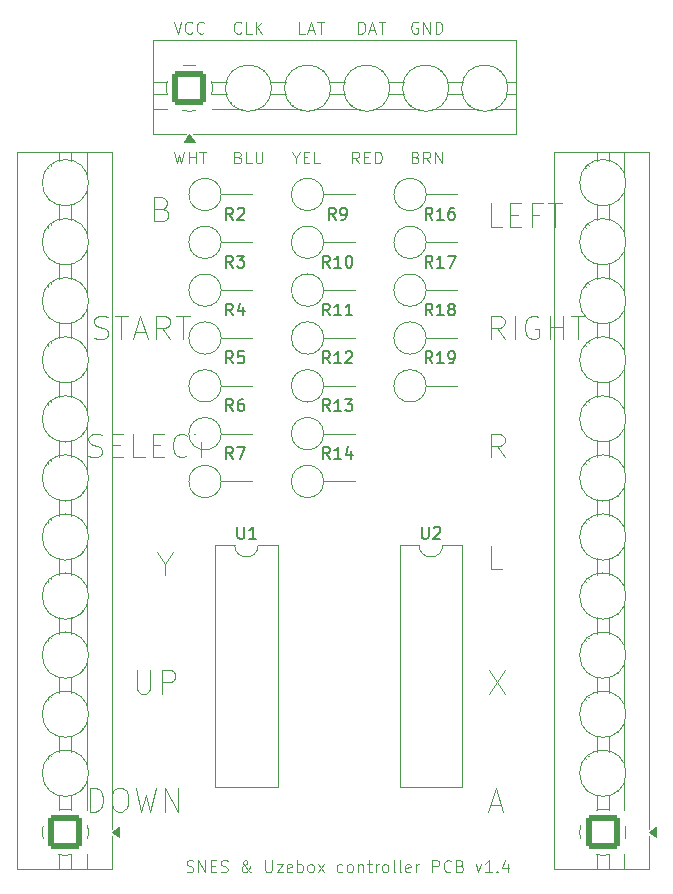
<source format=gbr>
G04 #@! TF.GenerationSoftware,KiCad,Pcbnew,9.0.0*
G04 #@! TF.CreationDate,2025-04-17T23:52:22+01:00*
G04 #@! TF.ProjectId,SNES_CONTROLLER,534e4553-5f43-44f4-9e54-524f4c4c4552,rev?*
G04 #@! TF.SameCoordinates,Original*
G04 #@! TF.FileFunction,Legend,Top*
G04 #@! TF.FilePolarity,Positive*
%FSLAX46Y46*%
G04 Gerber Fmt 4.6, Leading zero omitted, Abs format (unit mm)*
G04 Created by KiCad (PCBNEW 9.0.0) date 2025-04-17 23:52:22*
%MOMM*%
%LPD*%
G01*
G04 APERTURE LIST*
G04 Aperture macros list*
%AMRoundRect*
0 Rectangle with rounded corners*
0 $1 Rounding radius*
0 $2 $3 $4 $5 $6 $7 $8 $9 X,Y pos of 4 corners*
0 Add a 4 corners polygon primitive as box body*
4,1,4,$2,$3,$4,$5,$6,$7,$8,$9,$2,$3,0*
0 Add four circle primitives for the rounded corners*
1,1,$1+$1,$2,$3*
1,1,$1+$1,$4,$5*
1,1,$1+$1,$6,$7*
1,1,$1+$1,$8,$9*
0 Add four rect primitives between the rounded corners*
20,1,$1+$1,$2,$3,$4,$5,0*
20,1,$1+$1,$4,$5,$6,$7,0*
20,1,$1+$1,$6,$7,$8,$9,0*
20,1,$1+$1,$8,$9,$2,$3,0*%
G04 Aperture macros list end*
%ADD10C,0.100000*%
%ADD11C,0.150000*%
%ADD12C,0.120000*%
%ADD13C,4.300000*%
%ADD14C,1.600000*%
%ADD15O,1.600000X1.600000*%
%ADD16RoundRect,0.250001X1.149999X-1.149999X1.149999X1.149999X-1.149999X1.149999X-1.149999X-1.149999X0*%
%ADD17C,2.800000*%
%ADD18R,1.600000X1.600000*%
%ADD19RoundRect,0.250001X-1.149999X-1.149999X1.149999X-1.149999X1.149999X1.149999X-1.149999X1.149999X0*%
G04 APERTURE END LIST*
D10*
X139446741Y-127178609D02*
X140399122Y-127178609D01*
X139256265Y-127750038D02*
X139922931Y-125750038D01*
X139922931Y-125750038D02*
X140589598Y-127750038D01*
X139351503Y-115750038D02*
X140684836Y-117750038D01*
X140684836Y-115750038D02*
X139351503Y-117750038D01*
X140494360Y-107250038D02*
X139541979Y-107250038D01*
X139541979Y-107250038D02*
X139541979Y-105250038D01*
X140684836Y-97750038D02*
X140018169Y-96797657D01*
X139541979Y-97750038D02*
X139541979Y-95750038D01*
X139541979Y-95750038D02*
X140303884Y-95750038D01*
X140303884Y-95750038D02*
X140494360Y-95845276D01*
X140494360Y-95845276D02*
X140589598Y-95940514D01*
X140589598Y-95940514D02*
X140684836Y-96130990D01*
X140684836Y-96130990D02*
X140684836Y-96416704D01*
X140684836Y-96416704D02*
X140589598Y-96607180D01*
X140589598Y-96607180D02*
X140494360Y-96702419D01*
X140494360Y-96702419D02*
X140303884Y-96797657D01*
X140303884Y-96797657D02*
X139541979Y-96797657D01*
X140684836Y-87750038D02*
X140018169Y-86797657D01*
X139541979Y-87750038D02*
X139541979Y-85750038D01*
X139541979Y-85750038D02*
X140303884Y-85750038D01*
X140303884Y-85750038D02*
X140494360Y-85845276D01*
X140494360Y-85845276D02*
X140589598Y-85940514D01*
X140589598Y-85940514D02*
X140684836Y-86130990D01*
X140684836Y-86130990D02*
X140684836Y-86416704D01*
X140684836Y-86416704D02*
X140589598Y-86607180D01*
X140589598Y-86607180D02*
X140494360Y-86702419D01*
X140494360Y-86702419D02*
X140303884Y-86797657D01*
X140303884Y-86797657D02*
X139541979Y-86797657D01*
X141541979Y-87750038D02*
X141541979Y-85750038D01*
X143541979Y-85845276D02*
X143351503Y-85750038D01*
X143351503Y-85750038D02*
X143065789Y-85750038D01*
X143065789Y-85750038D02*
X142780074Y-85845276D01*
X142780074Y-85845276D02*
X142589598Y-86035752D01*
X142589598Y-86035752D02*
X142494360Y-86226228D01*
X142494360Y-86226228D02*
X142399122Y-86607180D01*
X142399122Y-86607180D02*
X142399122Y-86892895D01*
X142399122Y-86892895D02*
X142494360Y-87273847D01*
X142494360Y-87273847D02*
X142589598Y-87464323D01*
X142589598Y-87464323D02*
X142780074Y-87654800D01*
X142780074Y-87654800D02*
X143065789Y-87750038D01*
X143065789Y-87750038D02*
X143256265Y-87750038D01*
X143256265Y-87750038D02*
X143541979Y-87654800D01*
X143541979Y-87654800D02*
X143637217Y-87559561D01*
X143637217Y-87559561D02*
X143637217Y-86892895D01*
X143637217Y-86892895D02*
X143256265Y-86892895D01*
X144494360Y-87750038D02*
X144494360Y-85750038D01*
X144494360Y-86702419D02*
X145637217Y-86702419D01*
X145637217Y-87750038D02*
X145637217Y-85750038D01*
X146303884Y-85750038D02*
X147446741Y-85750038D01*
X146875312Y-87750038D02*
X146875312Y-85750038D01*
X140494360Y-78250038D02*
X139541979Y-78250038D01*
X139541979Y-78250038D02*
X139541979Y-76250038D01*
X141161027Y-77202419D02*
X141827694Y-77202419D01*
X142113408Y-78250038D02*
X141161027Y-78250038D01*
X141161027Y-78250038D02*
X141161027Y-76250038D01*
X141161027Y-76250038D02*
X142113408Y-76250038D01*
X143637218Y-77202419D02*
X142970551Y-77202419D01*
X142970551Y-78250038D02*
X142970551Y-76250038D01*
X142970551Y-76250038D02*
X143922932Y-76250038D01*
X144399123Y-76250038D02*
X145541980Y-76250038D01*
X144970551Y-78250038D02*
X144970551Y-76250038D01*
X105541979Y-127750038D02*
X105541979Y-125750038D01*
X105541979Y-125750038D02*
X106018169Y-125750038D01*
X106018169Y-125750038D02*
X106303884Y-125845276D01*
X106303884Y-125845276D02*
X106494360Y-126035752D01*
X106494360Y-126035752D02*
X106589598Y-126226228D01*
X106589598Y-126226228D02*
X106684836Y-126607180D01*
X106684836Y-126607180D02*
X106684836Y-126892895D01*
X106684836Y-126892895D02*
X106589598Y-127273847D01*
X106589598Y-127273847D02*
X106494360Y-127464323D01*
X106494360Y-127464323D02*
X106303884Y-127654800D01*
X106303884Y-127654800D02*
X106018169Y-127750038D01*
X106018169Y-127750038D02*
X105541979Y-127750038D01*
X107922931Y-125750038D02*
X108303884Y-125750038D01*
X108303884Y-125750038D02*
X108494360Y-125845276D01*
X108494360Y-125845276D02*
X108684836Y-126035752D01*
X108684836Y-126035752D02*
X108780074Y-126416704D01*
X108780074Y-126416704D02*
X108780074Y-127083371D01*
X108780074Y-127083371D02*
X108684836Y-127464323D01*
X108684836Y-127464323D02*
X108494360Y-127654800D01*
X108494360Y-127654800D02*
X108303884Y-127750038D01*
X108303884Y-127750038D02*
X107922931Y-127750038D01*
X107922931Y-127750038D02*
X107732455Y-127654800D01*
X107732455Y-127654800D02*
X107541979Y-127464323D01*
X107541979Y-127464323D02*
X107446741Y-127083371D01*
X107446741Y-127083371D02*
X107446741Y-126416704D01*
X107446741Y-126416704D02*
X107541979Y-126035752D01*
X107541979Y-126035752D02*
X107732455Y-125845276D01*
X107732455Y-125845276D02*
X107922931Y-125750038D01*
X109446741Y-125750038D02*
X109922931Y-127750038D01*
X109922931Y-127750038D02*
X110303884Y-126321466D01*
X110303884Y-126321466D02*
X110684836Y-127750038D01*
X110684836Y-127750038D02*
X111161027Y-125750038D01*
X111922931Y-127750038D02*
X111922931Y-125750038D01*
X111922931Y-125750038D02*
X113065788Y-127750038D01*
X113065788Y-127750038D02*
X113065788Y-125750038D01*
X109541979Y-115750038D02*
X109541979Y-117369085D01*
X109541979Y-117369085D02*
X109637217Y-117559561D01*
X109637217Y-117559561D02*
X109732455Y-117654800D01*
X109732455Y-117654800D02*
X109922931Y-117750038D01*
X109922931Y-117750038D02*
X110303884Y-117750038D01*
X110303884Y-117750038D02*
X110494360Y-117654800D01*
X110494360Y-117654800D02*
X110589598Y-117559561D01*
X110589598Y-117559561D02*
X110684836Y-117369085D01*
X110684836Y-117369085D02*
X110684836Y-115750038D01*
X111637217Y-117750038D02*
X111637217Y-115750038D01*
X111637217Y-115750038D02*
X112399122Y-115750038D01*
X112399122Y-115750038D02*
X112589598Y-115845276D01*
X112589598Y-115845276D02*
X112684836Y-115940514D01*
X112684836Y-115940514D02*
X112780074Y-116130990D01*
X112780074Y-116130990D02*
X112780074Y-116416704D01*
X112780074Y-116416704D02*
X112684836Y-116607180D01*
X112684836Y-116607180D02*
X112589598Y-116702419D01*
X112589598Y-116702419D02*
X112399122Y-116797657D01*
X112399122Y-116797657D02*
X111637217Y-116797657D01*
X111922931Y-106797657D02*
X111922931Y-107750038D01*
X111256265Y-105750038D02*
X111922931Y-106797657D01*
X111922931Y-106797657D02*
X112589598Y-105750038D01*
X105446741Y-97654800D02*
X105732455Y-97750038D01*
X105732455Y-97750038D02*
X106208646Y-97750038D01*
X106208646Y-97750038D02*
X106399122Y-97654800D01*
X106399122Y-97654800D02*
X106494360Y-97559561D01*
X106494360Y-97559561D02*
X106589598Y-97369085D01*
X106589598Y-97369085D02*
X106589598Y-97178609D01*
X106589598Y-97178609D02*
X106494360Y-96988133D01*
X106494360Y-96988133D02*
X106399122Y-96892895D01*
X106399122Y-96892895D02*
X106208646Y-96797657D01*
X106208646Y-96797657D02*
X105827693Y-96702419D01*
X105827693Y-96702419D02*
X105637217Y-96607180D01*
X105637217Y-96607180D02*
X105541979Y-96511942D01*
X105541979Y-96511942D02*
X105446741Y-96321466D01*
X105446741Y-96321466D02*
X105446741Y-96130990D01*
X105446741Y-96130990D02*
X105541979Y-95940514D01*
X105541979Y-95940514D02*
X105637217Y-95845276D01*
X105637217Y-95845276D02*
X105827693Y-95750038D01*
X105827693Y-95750038D02*
X106303884Y-95750038D01*
X106303884Y-95750038D02*
X106589598Y-95845276D01*
X107446741Y-96702419D02*
X108113408Y-96702419D01*
X108399122Y-97750038D02*
X107446741Y-97750038D01*
X107446741Y-97750038D02*
X107446741Y-95750038D01*
X107446741Y-95750038D02*
X108399122Y-95750038D01*
X110208646Y-97750038D02*
X109256265Y-97750038D01*
X109256265Y-97750038D02*
X109256265Y-95750038D01*
X110875313Y-96702419D02*
X111541980Y-96702419D01*
X111827694Y-97750038D02*
X110875313Y-97750038D01*
X110875313Y-97750038D02*
X110875313Y-95750038D01*
X110875313Y-95750038D02*
X111827694Y-95750038D01*
X113827694Y-97559561D02*
X113732456Y-97654800D01*
X113732456Y-97654800D02*
X113446742Y-97750038D01*
X113446742Y-97750038D02*
X113256266Y-97750038D01*
X113256266Y-97750038D02*
X112970551Y-97654800D01*
X112970551Y-97654800D02*
X112780075Y-97464323D01*
X112780075Y-97464323D02*
X112684837Y-97273847D01*
X112684837Y-97273847D02*
X112589599Y-96892895D01*
X112589599Y-96892895D02*
X112589599Y-96607180D01*
X112589599Y-96607180D02*
X112684837Y-96226228D01*
X112684837Y-96226228D02*
X112780075Y-96035752D01*
X112780075Y-96035752D02*
X112970551Y-95845276D01*
X112970551Y-95845276D02*
X113256266Y-95750038D01*
X113256266Y-95750038D02*
X113446742Y-95750038D01*
X113446742Y-95750038D02*
X113732456Y-95845276D01*
X113732456Y-95845276D02*
X113827694Y-95940514D01*
X114399123Y-95750038D02*
X115541980Y-95750038D01*
X114970551Y-97750038D02*
X114970551Y-95750038D01*
X105946741Y-87654800D02*
X106232455Y-87750038D01*
X106232455Y-87750038D02*
X106708646Y-87750038D01*
X106708646Y-87750038D02*
X106899122Y-87654800D01*
X106899122Y-87654800D02*
X106994360Y-87559561D01*
X106994360Y-87559561D02*
X107089598Y-87369085D01*
X107089598Y-87369085D02*
X107089598Y-87178609D01*
X107089598Y-87178609D02*
X106994360Y-86988133D01*
X106994360Y-86988133D02*
X106899122Y-86892895D01*
X106899122Y-86892895D02*
X106708646Y-86797657D01*
X106708646Y-86797657D02*
X106327693Y-86702419D01*
X106327693Y-86702419D02*
X106137217Y-86607180D01*
X106137217Y-86607180D02*
X106041979Y-86511942D01*
X106041979Y-86511942D02*
X105946741Y-86321466D01*
X105946741Y-86321466D02*
X105946741Y-86130990D01*
X105946741Y-86130990D02*
X106041979Y-85940514D01*
X106041979Y-85940514D02*
X106137217Y-85845276D01*
X106137217Y-85845276D02*
X106327693Y-85750038D01*
X106327693Y-85750038D02*
X106803884Y-85750038D01*
X106803884Y-85750038D02*
X107089598Y-85845276D01*
X107661027Y-85750038D02*
X108803884Y-85750038D01*
X108232455Y-87750038D02*
X108232455Y-85750038D01*
X109375313Y-87178609D02*
X110327694Y-87178609D01*
X109184837Y-87750038D02*
X109851503Y-85750038D01*
X109851503Y-85750038D02*
X110518170Y-87750038D01*
X112327694Y-87750038D02*
X111661027Y-86797657D01*
X111184837Y-87750038D02*
X111184837Y-85750038D01*
X111184837Y-85750038D02*
X111946742Y-85750038D01*
X111946742Y-85750038D02*
X112137218Y-85845276D01*
X112137218Y-85845276D02*
X112232456Y-85940514D01*
X112232456Y-85940514D02*
X112327694Y-86130990D01*
X112327694Y-86130990D02*
X112327694Y-86416704D01*
X112327694Y-86416704D02*
X112232456Y-86607180D01*
X112232456Y-86607180D02*
X112137218Y-86702419D01*
X112137218Y-86702419D02*
X111946742Y-86797657D01*
X111946742Y-86797657D02*
X111184837Y-86797657D01*
X112899123Y-85750038D02*
X114041980Y-85750038D01*
X113470551Y-87750038D02*
X113470551Y-85750038D01*
X111708646Y-76702419D02*
X111994360Y-76797657D01*
X111994360Y-76797657D02*
X112089598Y-76892895D01*
X112089598Y-76892895D02*
X112184836Y-77083371D01*
X112184836Y-77083371D02*
X112184836Y-77369085D01*
X112184836Y-77369085D02*
X112089598Y-77559561D01*
X112089598Y-77559561D02*
X111994360Y-77654800D01*
X111994360Y-77654800D02*
X111803884Y-77750038D01*
X111803884Y-77750038D02*
X111041979Y-77750038D01*
X111041979Y-77750038D02*
X111041979Y-75750038D01*
X111041979Y-75750038D02*
X111708646Y-75750038D01*
X111708646Y-75750038D02*
X111899122Y-75845276D01*
X111899122Y-75845276D02*
X111994360Y-75940514D01*
X111994360Y-75940514D02*
X112089598Y-76130990D01*
X112089598Y-76130990D02*
X112089598Y-76321466D01*
X112089598Y-76321466D02*
X111994360Y-76511942D01*
X111994360Y-76511942D02*
X111899122Y-76607180D01*
X111899122Y-76607180D02*
X111708646Y-76702419D01*
X111708646Y-76702419D02*
X111041979Y-76702419D01*
X133137217Y-72348609D02*
X133280074Y-72396228D01*
X133280074Y-72396228D02*
X133327693Y-72443847D01*
X133327693Y-72443847D02*
X133375312Y-72539085D01*
X133375312Y-72539085D02*
X133375312Y-72681942D01*
X133375312Y-72681942D02*
X133327693Y-72777180D01*
X133327693Y-72777180D02*
X133280074Y-72824800D01*
X133280074Y-72824800D02*
X133184836Y-72872419D01*
X133184836Y-72872419D02*
X132803884Y-72872419D01*
X132803884Y-72872419D02*
X132803884Y-71872419D01*
X132803884Y-71872419D02*
X133137217Y-71872419D01*
X133137217Y-71872419D02*
X133232455Y-71920038D01*
X133232455Y-71920038D02*
X133280074Y-71967657D01*
X133280074Y-71967657D02*
X133327693Y-72062895D01*
X133327693Y-72062895D02*
X133327693Y-72158133D01*
X133327693Y-72158133D02*
X133280074Y-72253371D01*
X133280074Y-72253371D02*
X133232455Y-72300990D01*
X133232455Y-72300990D02*
X133137217Y-72348609D01*
X133137217Y-72348609D02*
X132803884Y-72348609D01*
X134375312Y-72872419D02*
X134041979Y-72396228D01*
X133803884Y-72872419D02*
X133803884Y-71872419D01*
X133803884Y-71872419D02*
X134184836Y-71872419D01*
X134184836Y-71872419D02*
X134280074Y-71920038D01*
X134280074Y-71920038D02*
X134327693Y-71967657D01*
X134327693Y-71967657D02*
X134375312Y-72062895D01*
X134375312Y-72062895D02*
X134375312Y-72205752D01*
X134375312Y-72205752D02*
X134327693Y-72300990D01*
X134327693Y-72300990D02*
X134280074Y-72348609D01*
X134280074Y-72348609D02*
X134184836Y-72396228D01*
X134184836Y-72396228D02*
X133803884Y-72396228D01*
X134803884Y-72872419D02*
X134803884Y-71872419D01*
X134803884Y-71872419D02*
X135375312Y-72872419D01*
X135375312Y-72872419D02*
X135375312Y-71872419D01*
X128375312Y-72872419D02*
X128041979Y-72396228D01*
X127803884Y-72872419D02*
X127803884Y-71872419D01*
X127803884Y-71872419D02*
X128184836Y-71872419D01*
X128184836Y-71872419D02*
X128280074Y-71920038D01*
X128280074Y-71920038D02*
X128327693Y-71967657D01*
X128327693Y-71967657D02*
X128375312Y-72062895D01*
X128375312Y-72062895D02*
X128375312Y-72205752D01*
X128375312Y-72205752D02*
X128327693Y-72300990D01*
X128327693Y-72300990D02*
X128280074Y-72348609D01*
X128280074Y-72348609D02*
X128184836Y-72396228D01*
X128184836Y-72396228D02*
X127803884Y-72396228D01*
X128803884Y-72348609D02*
X129137217Y-72348609D01*
X129280074Y-72872419D02*
X128803884Y-72872419D01*
X128803884Y-72872419D02*
X128803884Y-71872419D01*
X128803884Y-71872419D02*
X129280074Y-71872419D01*
X129708646Y-72872419D02*
X129708646Y-71872419D01*
X129708646Y-71872419D02*
X129946741Y-71872419D01*
X129946741Y-71872419D02*
X130089598Y-71920038D01*
X130089598Y-71920038D02*
X130184836Y-72015276D01*
X130184836Y-72015276D02*
X130232455Y-72110514D01*
X130232455Y-72110514D02*
X130280074Y-72300990D01*
X130280074Y-72300990D02*
X130280074Y-72443847D01*
X130280074Y-72443847D02*
X130232455Y-72634323D01*
X130232455Y-72634323D02*
X130184836Y-72729561D01*
X130184836Y-72729561D02*
X130089598Y-72824800D01*
X130089598Y-72824800D02*
X129946741Y-72872419D01*
X129946741Y-72872419D02*
X129708646Y-72872419D01*
X122994360Y-72396228D02*
X122994360Y-72872419D01*
X122661027Y-71872419D02*
X122994360Y-72396228D01*
X122994360Y-72396228D02*
X123327693Y-71872419D01*
X123661027Y-72348609D02*
X123994360Y-72348609D01*
X124137217Y-72872419D02*
X123661027Y-72872419D01*
X123661027Y-72872419D02*
X123661027Y-71872419D01*
X123661027Y-71872419D02*
X124137217Y-71872419D01*
X125041979Y-72872419D02*
X124565789Y-72872419D01*
X124565789Y-72872419D02*
X124565789Y-71872419D01*
X118137217Y-72348609D02*
X118280074Y-72396228D01*
X118280074Y-72396228D02*
X118327693Y-72443847D01*
X118327693Y-72443847D02*
X118375312Y-72539085D01*
X118375312Y-72539085D02*
X118375312Y-72681942D01*
X118375312Y-72681942D02*
X118327693Y-72777180D01*
X118327693Y-72777180D02*
X118280074Y-72824800D01*
X118280074Y-72824800D02*
X118184836Y-72872419D01*
X118184836Y-72872419D02*
X117803884Y-72872419D01*
X117803884Y-72872419D02*
X117803884Y-71872419D01*
X117803884Y-71872419D02*
X118137217Y-71872419D01*
X118137217Y-71872419D02*
X118232455Y-71920038D01*
X118232455Y-71920038D02*
X118280074Y-71967657D01*
X118280074Y-71967657D02*
X118327693Y-72062895D01*
X118327693Y-72062895D02*
X118327693Y-72158133D01*
X118327693Y-72158133D02*
X118280074Y-72253371D01*
X118280074Y-72253371D02*
X118232455Y-72300990D01*
X118232455Y-72300990D02*
X118137217Y-72348609D01*
X118137217Y-72348609D02*
X117803884Y-72348609D01*
X119280074Y-72872419D02*
X118803884Y-72872419D01*
X118803884Y-72872419D02*
X118803884Y-71872419D01*
X119613408Y-71872419D02*
X119613408Y-72681942D01*
X119613408Y-72681942D02*
X119661027Y-72777180D01*
X119661027Y-72777180D02*
X119708646Y-72824800D01*
X119708646Y-72824800D02*
X119803884Y-72872419D01*
X119803884Y-72872419D02*
X119994360Y-72872419D01*
X119994360Y-72872419D02*
X120089598Y-72824800D01*
X120089598Y-72824800D02*
X120137217Y-72777180D01*
X120137217Y-72777180D02*
X120184836Y-72681942D01*
X120184836Y-72681942D02*
X120184836Y-71872419D01*
X112708646Y-71872419D02*
X112946741Y-72872419D01*
X112946741Y-72872419D02*
X113137217Y-72158133D01*
X113137217Y-72158133D02*
X113327693Y-72872419D01*
X113327693Y-72872419D02*
X113565789Y-71872419D01*
X113946741Y-72872419D02*
X113946741Y-71872419D01*
X113946741Y-72348609D02*
X114518169Y-72348609D01*
X114518169Y-72872419D02*
X114518169Y-71872419D01*
X114851503Y-71872419D02*
X115422931Y-71872419D01*
X115137217Y-72872419D02*
X115137217Y-71872419D01*
X133327693Y-60920038D02*
X133232455Y-60872419D01*
X133232455Y-60872419D02*
X133089598Y-60872419D01*
X133089598Y-60872419D02*
X132946741Y-60920038D01*
X132946741Y-60920038D02*
X132851503Y-61015276D01*
X132851503Y-61015276D02*
X132803884Y-61110514D01*
X132803884Y-61110514D02*
X132756265Y-61300990D01*
X132756265Y-61300990D02*
X132756265Y-61443847D01*
X132756265Y-61443847D02*
X132803884Y-61634323D01*
X132803884Y-61634323D02*
X132851503Y-61729561D01*
X132851503Y-61729561D02*
X132946741Y-61824800D01*
X132946741Y-61824800D02*
X133089598Y-61872419D01*
X133089598Y-61872419D02*
X133184836Y-61872419D01*
X133184836Y-61872419D02*
X133327693Y-61824800D01*
X133327693Y-61824800D02*
X133375312Y-61777180D01*
X133375312Y-61777180D02*
X133375312Y-61443847D01*
X133375312Y-61443847D02*
X133184836Y-61443847D01*
X133803884Y-61872419D02*
X133803884Y-60872419D01*
X133803884Y-60872419D02*
X134375312Y-61872419D01*
X134375312Y-61872419D02*
X134375312Y-60872419D01*
X134851503Y-61872419D02*
X134851503Y-60872419D01*
X134851503Y-60872419D02*
X135089598Y-60872419D01*
X135089598Y-60872419D02*
X135232455Y-60920038D01*
X135232455Y-60920038D02*
X135327693Y-61015276D01*
X135327693Y-61015276D02*
X135375312Y-61110514D01*
X135375312Y-61110514D02*
X135422931Y-61300990D01*
X135422931Y-61300990D02*
X135422931Y-61443847D01*
X135422931Y-61443847D02*
X135375312Y-61634323D01*
X135375312Y-61634323D02*
X135327693Y-61729561D01*
X135327693Y-61729561D02*
X135232455Y-61824800D01*
X135232455Y-61824800D02*
X135089598Y-61872419D01*
X135089598Y-61872419D02*
X134851503Y-61872419D01*
X128303884Y-61872419D02*
X128303884Y-60872419D01*
X128303884Y-60872419D02*
X128541979Y-60872419D01*
X128541979Y-60872419D02*
X128684836Y-60920038D01*
X128684836Y-60920038D02*
X128780074Y-61015276D01*
X128780074Y-61015276D02*
X128827693Y-61110514D01*
X128827693Y-61110514D02*
X128875312Y-61300990D01*
X128875312Y-61300990D02*
X128875312Y-61443847D01*
X128875312Y-61443847D02*
X128827693Y-61634323D01*
X128827693Y-61634323D02*
X128780074Y-61729561D01*
X128780074Y-61729561D02*
X128684836Y-61824800D01*
X128684836Y-61824800D02*
X128541979Y-61872419D01*
X128541979Y-61872419D02*
X128303884Y-61872419D01*
X129256265Y-61586704D02*
X129732455Y-61586704D01*
X129161027Y-61872419D02*
X129494360Y-60872419D01*
X129494360Y-60872419D02*
X129827693Y-61872419D01*
X130018170Y-60872419D02*
X130589598Y-60872419D01*
X130303884Y-61872419D02*
X130303884Y-60872419D01*
X123780074Y-61872419D02*
X123303884Y-61872419D01*
X123303884Y-61872419D02*
X123303884Y-60872419D01*
X124065789Y-61586704D02*
X124541979Y-61586704D01*
X123970551Y-61872419D02*
X124303884Y-60872419D01*
X124303884Y-60872419D02*
X124637217Y-61872419D01*
X124827694Y-60872419D02*
X125399122Y-60872419D01*
X125113408Y-61872419D02*
X125113408Y-60872419D01*
X118375312Y-61777180D02*
X118327693Y-61824800D01*
X118327693Y-61824800D02*
X118184836Y-61872419D01*
X118184836Y-61872419D02*
X118089598Y-61872419D01*
X118089598Y-61872419D02*
X117946741Y-61824800D01*
X117946741Y-61824800D02*
X117851503Y-61729561D01*
X117851503Y-61729561D02*
X117803884Y-61634323D01*
X117803884Y-61634323D02*
X117756265Y-61443847D01*
X117756265Y-61443847D02*
X117756265Y-61300990D01*
X117756265Y-61300990D02*
X117803884Y-61110514D01*
X117803884Y-61110514D02*
X117851503Y-61015276D01*
X117851503Y-61015276D02*
X117946741Y-60920038D01*
X117946741Y-60920038D02*
X118089598Y-60872419D01*
X118089598Y-60872419D02*
X118184836Y-60872419D01*
X118184836Y-60872419D02*
X118327693Y-60920038D01*
X118327693Y-60920038D02*
X118375312Y-60967657D01*
X119280074Y-61872419D02*
X118803884Y-61872419D01*
X118803884Y-61872419D02*
X118803884Y-60872419D01*
X119613408Y-61872419D02*
X119613408Y-60872419D01*
X120184836Y-61872419D02*
X119756265Y-61300990D01*
X120184836Y-60872419D02*
X119613408Y-61443847D01*
X112661027Y-60872419D02*
X112994360Y-61872419D01*
X112994360Y-61872419D02*
X113327693Y-60872419D01*
X114232455Y-61777180D02*
X114184836Y-61824800D01*
X114184836Y-61824800D02*
X114041979Y-61872419D01*
X114041979Y-61872419D02*
X113946741Y-61872419D01*
X113946741Y-61872419D02*
X113803884Y-61824800D01*
X113803884Y-61824800D02*
X113708646Y-61729561D01*
X113708646Y-61729561D02*
X113661027Y-61634323D01*
X113661027Y-61634323D02*
X113613408Y-61443847D01*
X113613408Y-61443847D02*
X113613408Y-61300990D01*
X113613408Y-61300990D02*
X113661027Y-61110514D01*
X113661027Y-61110514D02*
X113708646Y-61015276D01*
X113708646Y-61015276D02*
X113803884Y-60920038D01*
X113803884Y-60920038D02*
X113946741Y-60872419D01*
X113946741Y-60872419D02*
X114041979Y-60872419D01*
X114041979Y-60872419D02*
X114184836Y-60920038D01*
X114184836Y-60920038D02*
X114232455Y-60967657D01*
X115232455Y-61777180D02*
X115184836Y-61824800D01*
X115184836Y-61824800D02*
X115041979Y-61872419D01*
X115041979Y-61872419D02*
X114946741Y-61872419D01*
X114946741Y-61872419D02*
X114803884Y-61824800D01*
X114803884Y-61824800D02*
X114708646Y-61729561D01*
X114708646Y-61729561D02*
X114661027Y-61634323D01*
X114661027Y-61634323D02*
X114613408Y-61443847D01*
X114613408Y-61443847D02*
X114613408Y-61300990D01*
X114613408Y-61300990D02*
X114661027Y-61110514D01*
X114661027Y-61110514D02*
X114708646Y-61015276D01*
X114708646Y-61015276D02*
X114803884Y-60920038D01*
X114803884Y-60920038D02*
X114946741Y-60872419D01*
X114946741Y-60872419D02*
X115041979Y-60872419D01*
X115041979Y-60872419D02*
X115184836Y-60920038D01*
X115184836Y-60920038D02*
X115232455Y-60967657D01*
X113756265Y-132824800D02*
X113899122Y-132872419D01*
X113899122Y-132872419D02*
X114137217Y-132872419D01*
X114137217Y-132872419D02*
X114232455Y-132824800D01*
X114232455Y-132824800D02*
X114280074Y-132777180D01*
X114280074Y-132777180D02*
X114327693Y-132681942D01*
X114327693Y-132681942D02*
X114327693Y-132586704D01*
X114327693Y-132586704D02*
X114280074Y-132491466D01*
X114280074Y-132491466D02*
X114232455Y-132443847D01*
X114232455Y-132443847D02*
X114137217Y-132396228D01*
X114137217Y-132396228D02*
X113946741Y-132348609D01*
X113946741Y-132348609D02*
X113851503Y-132300990D01*
X113851503Y-132300990D02*
X113803884Y-132253371D01*
X113803884Y-132253371D02*
X113756265Y-132158133D01*
X113756265Y-132158133D02*
X113756265Y-132062895D01*
X113756265Y-132062895D02*
X113803884Y-131967657D01*
X113803884Y-131967657D02*
X113851503Y-131920038D01*
X113851503Y-131920038D02*
X113946741Y-131872419D01*
X113946741Y-131872419D02*
X114184836Y-131872419D01*
X114184836Y-131872419D02*
X114327693Y-131920038D01*
X114756265Y-132872419D02*
X114756265Y-131872419D01*
X114756265Y-131872419D02*
X115327693Y-132872419D01*
X115327693Y-132872419D02*
X115327693Y-131872419D01*
X115803884Y-132348609D02*
X116137217Y-132348609D01*
X116280074Y-132872419D02*
X115803884Y-132872419D01*
X115803884Y-132872419D02*
X115803884Y-131872419D01*
X115803884Y-131872419D02*
X116280074Y-131872419D01*
X116661027Y-132824800D02*
X116803884Y-132872419D01*
X116803884Y-132872419D02*
X117041979Y-132872419D01*
X117041979Y-132872419D02*
X117137217Y-132824800D01*
X117137217Y-132824800D02*
X117184836Y-132777180D01*
X117184836Y-132777180D02*
X117232455Y-132681942D01*
X117232455Y-132681942D02*
X117232455Y-132586704D01*
X117232455Y-132586704D02*
X117184836Y-132491466D01*
X117184836Y-132491466D02*
X117137217Y-132443847D01*
X117137217Y-132443847D02*
X117041979Y-132396228D01*
X117041979Y-132396228D02*
X116851503Y-132348609D01*
X116851503Y-132348609D02*
X116756265Y-132300990D01*
X116756265Y-132300990D02*
X116708646Y-132253371D01*
X116708646Y-132253371D02*
X116661027Y-132158133D01*
X116661027Y-132158133D02*
X116661027Y-132062895D01*
X116661027Y-132062895D02*
X116708646Y-131967657D01*
X116708646Y-131967657D02*
X116756265Y-131920038D01*
X116756265Y-131920038D02*
X116851503Y-131872419D01*
X116851503Y-131872419D02*
X117089598Y-131872419D01*
X117089598Y-131872419D02*
X117232455Y-131920038D01*
X119232456Y-132872419D02*
X119184837Y-132872419D01*
X119184837Y-132872419D02*
X119089598Y-132824800D01*
X119089598Y-132824800D02*
X118946741Y-132681942D01*
X118946741Y-132681942D02*
X118708646Y-132396228D01*
X118708646Y-132396228D02*
X118613408Y-132253371D01*
X118613408Y-132253371D02*
X118565789Y-132110514D01*
X118565789Y-132110514D02*
X118565789Y-132015276D01*
X118565789Y-132015276D02*
X118613408Y-131920038D01*
X118613408Y-131920038D02*
X118708646Y-131872419D01*
X118708646Y-131872419D02*
X118756265Y-131872419D01*
X118756265Y-131872419D02*
X118851503Y-131920038D01*
X118851503Y-131920038D02*
X118899122Y-132015276D01*
X118899122Y-132015276D02*
X118899122Y-132062895D01*
X118899122Y-132062895D02*
X118851503Y-132158133D01*
X118851503Y-132158133D02*
X118803884Y-132205752D01*
X118803884Y-132205752D02*
X118518170Y-132396228D01*
X118518170Y-132396228D02*
X118470551Y-132443847D01*
X118470551Y-132443847D02*
X118422932Y-132539085D01*
X118422932Y-132539085D02*
X118422932Y-132681942D01*
X118422932Y-132681942D02*
X118470551Y-132777180D01*
X118470551Y-132777180D02*
X118518170Y-132824800D01*
X118518170Y-132824800D02*
X118613408Y-132872419D01*
X118613408Y-132872419D02*
X118756265Y-132872419D01*
X118756265Y-132872419D02*
X118851503Y-132824800D01*
X118851503Y-132824800D02*
X118899122Y-132777180D01*
X118899122Y-132777180D02*
X119041979Y-132586704D01*
X119041979Y-132586704D02*
X119089598Y-132443847D01*
X119089598Y-132443847D02*
X119089598Y-132348609D01*
X120422932Y-131872419D02*
X120422932Y-132681942D01*
X120422932Y-132681942D02*
X120470551Y-132777180D01*
X120470551Y-132777180D02*
X120518170Y-132824800D01*
X120518170Y-132824800D02*
X120613408Y-132872419D01*
X120613408Y-132872419D02*
X120803884Y-132872419D01*
X120803884Y-132872419D02*
X120899122Y-132824800D01*
X120899122Y-132824800D02*
X120946741Y-132777180D01*
X120946741Y-132777180D02*
X120994360Y-132681942D01*
X120994360Y-132681942D02*
X120994360Y-131872419D01*
X121375313Y-132205752D02*
X121899122Y-132205752D01*
X121899122Y-132205752D02*
X121375313Y-132872419D01*
X121375313Y-132872419D02*
X121899122Y-132872419D01*
X122661027Y-132824800D02*
X122565789Y-132872419D01*
X122565789Y-132872419D02*
X122375313Y-132872419D01*
X122375313Y-132872419D02*
X122280075Y-132824800D01*
X122280075Y-132824800D02*
X122232456Y-132729561D01*
X122232456Y-132729561D02*
X122232456Y-132348609D01*
X122232456Y-132348609D02*
X122280075Y-132253371D01*
X122280075Y-132253371D02*
X122375313Y-132205752D01*
X122375313Y-132205752D02*
X122565789Y-132205752D01*
X122565789Y-132205752D02*
X122661027Y-132253371D01*
X122661027Y-132253371D02*
X122708646Y-132348609D01*
X122708646Y-132348609D02*
X122708646Y-132443847D01*
X122708646Y-132443847D02*
X122232456Y-132539085D01*
X123137218Y-132872419D02*
X123137218Y-131872419D01*
X123137218Y-132253371D02*
X123232456Y-132205752D01*
X123232456Y-132205752D02*
X123422932Y-132205752D01*
X123422932Y-132205752D02*
X123518170Y-132253371D01*
X123518170Y-132253371D02*
X123565789Y-132300990D01*
X123565789Y-132300990D02*
X123613408Y-132396228D01*
X123613408Y-132396228D02*
X123613408Y-132681942D01*
X123613408Y-132681942D02*
X123565789Y-132777180D01*
X123565789Y-132777180D02*
X123518170Y-132824800D01*
X123518170Y-132824800D02*
X123422932Y-132872419D01*
X123422932Y-132872419D02*
X123232456Y-132872419D01*
X123232456Y-132872419D02*
X123137218Y-132824800D01*
X124184837Y-132872419D02*
X124089599Y-132824800D01*
X124089599Y-132824800D02*
X124041980Y-132777180D01*
X124041980Y-132777180D02*
X123994361Y-132681942D01*
X123994361Y-132681942D02*
X123994361Y-132396228D01*
X123994361Y-132396228D02*
X124041980Y-132300990D01*
X124041980Y-132300990D02*
X124089599Y-132253371D01*
X124089599Y-132253371D02*
X124184837Y-132205752D01*
X124184837Y-132205752D02*
X124327694Y-132205752D01*
X124327694Y-132205752D02*
X124422932Y-132253371D01*
X124422932Y-132253371D02*
X124470551Y-132300990D01*
X124470551Y-132300990D02*
X124518170Y-132396228D01*
X124518170Y-132396228D02*
X124518170Y-132681942D01*
X124518170Y-132681942D02*
X124470551Y-132777180D01*
X124470551Y-132777180D02*
X124422932Y-132824800D01*
X124422932Y-132824800D02*
X124327694Y-132872419D01*
X124327694Y-132872419D02*
X124184837Y-132872419D01*
X124851504Y-132872419D02*
X125375313Y-132205752D01*
X124851504Y-132205752D02*
X125375313Y-132872419D01*
X126946742Y-132824800D02*
X126851504Y-132872419D01*
X126851504Y-132872419D02*
X126661028Y-132872419D01*
X126661028Y-132872419D02*
X126565790Y-132824800D01*
X126565790Y-132824800D02*
X126518171Y-132777180D01*
X126518171Y-132777180D02*
X126470552Y-132681942D01*
X126470552Y-132681942D02*
X126470552Y-132396228D01*
X126470552Y-132396228D02*
X126518171Y-132300990D01*
X126518171Y-132300990D02*
X126565790Y-132253371D01*
X126565790Y-132253371D02*
X126661028Y-132205752D01*
X126661028Y-132205752D02*
X126851504Y-132205752D01*
X126851504Y-132205752D02*
X126946742Y-132253371D01*
X127518171Y-132872419D02*
X127422933Y-132824800D01*
X127422933Y-132824800D02*
X127375314Y-132777180D01*
X127375314Y-132777180D02*
X127327695Y-132681942D01*
X127327695Y-132681942D02*
X127327695Y-132396228D01*
X127327695Y-132396228D02*
X127375314Y-132300990D01*
X127375314Y-132300990D02*
X127422933Y-132253371D01*
X127422933Y-132253371D02*
X127518171Y-132205752D01*
X127518171Y-132205752D02*
X127661028Y-132205752D01*
X127661028Y-132205752D02*
X127756266Y-132253371D01*
X127756266Y-132253371D02*
X127803885Y-132300990D01*
X127803885Y-132300990D02*
X127851504Y-132396228D01*
X127851504Y-132396228D02*
X127851504Y-132681942D01*
X127851504Y-132681942D02*
X127803885Y-132777180D01*
X127803885Y-132777180D02*
X127756266Y-132824800D01*
X127756266Y-132824800D02*
X127661028Y-132872419D01*
X127661028Y-132872419D02*
X127518171Y-132872419D01*
X128280076Y-132205752D02*
X128280076Y-132872419D01*
X128280076Y-132300990D02*
X128327695Y-132253371D01*
X128327695Y-132253371D02*
X128422933Y-132205752D01*
X128422933Y-132205752D02*
X128565790Y-132205752D01*
X128565790Y-132205752D02*
X128661028Y-132253371D01*
X128661028Y-132253371D02*
X128708647Y-132348609D01*
X128708647Y-132348609D02*
X128708647Y-132872419D01*
X129041981Y-132205752D02*
X129422933Y-132205752D01*
X129184838Y-131872419D02*
X129184838Y-132729561D01*
X129184838Y-132729561D02*
X129232457Y-132824800D01*
X129232457Y-132824800D02*
X129327695Y-132872419D01*
X129327695Y-132872419D02*
X129422933Y-132872419D01*
X129756267Y-132872419D02*
X129756267Y-132205752D01*
X129756267Y-132396228D02*
X129803886Y-132300990D01*
X129803886Y-132300990D02*
X129851505Y-132253371D01*
X129851505Y-132253371D02*
X129946743Y-132205752D01*
X129946743Y-132205752D02*
X130041981Y-132205752D01*
X130518172Y-132872419D02*
X130422934Y-132824800D01*
X130422934Y-132824800D02*
X130375315Y-132777180D01*
X130375315Y-132777180D02*
X130327696Y-132681942D01*
X130327696Y-132681942D02*
X130327696Y-132396228D01*
X130327696Y-132396228D02*
X130375315Y-132300990D01*
X130375315Y-132300990D02*
X130422934Y-132253371D01*
X130422934Y-132253371D02*
X130518172Y-132205752D01*
X130518172Y-132205752D02*
X130661029Y-132205752D01*
X130661029Y-132205752D02*
X130756267Y-132253371D01*
X130756267Y-132253371D02*
X130803886Y-132300990D01*
X130803886Y-132300990D02*
X130851505Y-132396228D01*
X130851505Y-132396228D02*
X130851505Y-132681942D01*
X130851505Y-132681942D02*
X130803886Y-132777180D01*
X130803886Y-132777180D02*
X130756267Y-132824800D01*
X130756267Y-132824800D02*
X130661029Y-132872419D01*
X130661029Y-132872419D02*
X130518172Y-132872419D01*
X131422934Y-132872419D02*
X131327696Y-132824800D01*
X131327696Y-132824800D02*
X131280077Y-132729561D01*
X131280077Y-132729561D02*
X131280077Y-131872419D01*
X131946744Y-132872419D02*
X131851506Y-132824800D01*
X131851506Y-132824800D02*
X131803887Y-132729561D01*
X131803887Y-132729561D02*
X131803887Y-131872419D01*
X132708649Y-132824800D02*
X132613411Y-132872419D01*
X132613411Y-132872419D02*
X132422935Y-132872419D01*
X132422935Y-132872419D02*
X132327697Y-132824800D01*
X132327697Y-132824800D02*
X132280078Y-132729561D01*
X132280078Y-132729561D02*
X132280078Y-132348609D01*
X132280078Y-132348609D02*
X132327697Y-132253371D01*
X132327697Y-132253371D02*
X132422935Y-132205752D01*
X132422935Y-132205752D02*
X132613411Y-132205752D01*
X132613411Y-132205752D02*
X132708649Y-132253371D01*
X132708649Y-132253371D02*
X132756268Y-132348609D01*
X132756268Y-132348609D02*
X132756268Y-132443847D01*
X132756268Y-132443847D02*
X132280078Y-132539085D01*
X133184840Y-132872419D02*
X133184840Y-132205752D01*
X133184840Y-132396228D02*
X133232459Y-132300990D01*
X133232459Y-132300990D02*
X133280078Y-132253371D01*
X133280078Y-132253371D02*
X133375316Y-132205752D01*
X133375316Y-132205752D02*
X133470554Y-132205752D01*
X134565793Y-132872419D02*
X134565793Y-131872419D01*
X134565793Y-131872419D02*
X134946745Y-131872419D01*
X134946745Y-131872419D02*
X135041983Y-131920038D01*
X135041983Y-131920038D02*
X135089602Y-131967657D01*
X135089602Y-131967657D02*
X135137221Y-132062895D01*
X135137221Y-132062895D02*
X135137221Y-132205752D01*
X135137221Y-132205752D02*
X135089602Y-132300990D01*
X135089602Y-132300990D02*
X135041983Y-132348609D01*
X135041983Y-132348609D02*
X134946745Y-132396228D01*
X134946745Y-132396228D02*
X134565793Y-132396228D01*
X136137221Y-132777180D02*
X136089602Y-132824800D01*
X136089602Y-132824800D02*
X135946745Y-132872419D01*
X135946745Y-132872419D02*
X135851507Y-132872419D01*
X135851507Y-132872419D02*
X135708650Y-132824800D01*
X135708650Y-132824800D02*
X135613412Y-132729561D01*
X135613412Y-132729561D02*
X135565793Y-132634323D01*
X135565793Y-132634323D02*
X135518174Y-132443847D01*
X135518174Y-132443847D02*
X135518174Y-132300990D01*
X135518174Y-132300990D02*
X135565793Y-132110514D01*
X135565793Y-132110514D02*
X135613412Y-132015276D01*
X135613412Y-132015276D02*
X135708650Y-131920038D01*
X135708650Y-131920038D02*
X135851507Y-131872419D01*
X135851507Y-131872419D02*
X135946745Y-131872419D01*
X135946745Y-131872419D02*
X136089602Y-131920038D01*
X136089602Y-131920038D02*
X136137221Y-131967657D01*
X136899126Y-132348609D02*
X137041983Y-132396228D01*
X137041983Y-132396228D02*
X137089602Y-132443847D01*
X137089602Y-132443847D02*
X137137221Y-132539085D01*
X137137221Y-132539085D02*
X137137221Y-132681942D01*
X137137221Y-132681942D02*
X137089602Y-132777180D01*
X137089602Y-132777180D02*
X137041983Y-132824800D01*
X137041983Y-132824800D02*
X136946745Y-132872419D01*
X136946745Y-132872419D02*
X136565793Y-132872419D01*
X136565793Y-132872419D02*
X136565793Y-131872419D01*
X136565793Y-131872419D02*
X136899126Y-131872419D01*
X136899126Y-131872419D02*
X136994364Y-131920038D01*
X136994364Y-131920038D02*
X137041983Y-131967657D01*
X137041983Y-131967657D02*
X137089602Y-132062895D01*
X137089602Y-132062895D02*
X137089602Y-132158133D01*
X137089602Y-132158133D02*
X137041983Y-132253371D01*
X137041983Y-132253371D02*
X136994364Y-132300990D01*
X136994364Y-132300990D02*
X136899126Y-132348609D01*
X136899126Y-132348609D02*
X136565793Y-132348609D01*
X138232460Y-132205752D02*
X138470555Y-132872419D01*
X138470555Y-132872419D02*
X138708650Y-132205752D01*
X139613412Y-132872419D02*
X139041984Y-132872419D01*
X139327698Y-132872419D02*
X139327698Y-131872419D01*
X139327698Y-131872419D02*
X139232460Y-132015276D01*
X139232460Y-132015276D02*
X139137222Y-132110514D01*
X139137222Y-132110514D02*
X139041984Y-132158133D01*
X140041984Y-132777180D02*
X140089603Y-132824800D01*
X140089603Y-132824800D02*
X140041984Y-132872419D01*
X140041984Y-132872419D02*
X139994365Y-132824800D01*
X139994365Y-132824800D02*
X140041984Y-132777180D01*
X140041984Y-132777180D02*
X140041984Y-132872419D01*
X140946745Y-132205752D02*
X140946745Y-132872419D01*
X140708650Y-131824800D02*
X140470555Y-132539085D01*
X140470555Y-132539085D02*
X141089602Y-132539085D01*
D11*
X125897142Y-81684819D02*
X125563809Y-81208628D01*
X125325714Y-81684819D02*
X125325714Y-80684819D01*
X125325714Y-80684819D02*
X125706666Y-80684819D01*
X125706666Y-80684819D02*
X125801904Y-80732438D01*
X125801904Y-80732438D02*
X125849523Y-80780057D01*
X125849523Y-80780057D02*
X125897142Y-80875295D01*
X125897142Y-80875295D02*
X125897142Y-81018152D01*
X125897142Y-81018152D02*
X125849523Y-81113390D01*
X125849523Y-81113390D02*
X125801904Y-81161009D01*
X125801904Y-81161009D02*
X125706666Y-81208628D01*
X125706666Y-81208628D02*
X125325714Y-81208628D01*
X126849523Y-81684819D02*
X126278095Y-81684819D01*
X126563809Y-81684819D02*
X126563809Y-80684819D01*
X126563809Y-80684819D02*
X126468571Y-80827676D01*
X126468571Y-80827676D02*
X126373333Y-80922914D01*
X126373333Y-80922914D02*
X126278095Y-80970533D01*
X127468571Y-80684819D02*
X127563809Y-80684819D01*
X127563809Y-80684819D02*
X127659047Y-80732438D01*
X127659047Y-80732438D02*
X127706666Y-80780057D01*
X127706666Y-80780057D02*
X127754285Y-80875295D01*
X127754285Y-80875295D02*
X127801904Y-81065771D01*
X127801904Y-81065771D02*
X127801904Y-81303866D01*
X127801904Y-81303866D02*
X127754285Y-81494342D01*
X127754285Y-81494342D02*
X127706666Y-81589580D01*
X127706666Y-81589580D02*
X127659047Y-81637200D01*
X127659047Y-81637200D02*
X127563809Y-81684819D01*
X127563809Y-81684819D02*
X127468571Y-81684819D01*
X127468571Y-81684819D02*
X127373333Y-81637200D01*
X127373333Y-81637200D02*
X127325714Y-81589580D01*
X127325714Y-81589580D02*
X127278095Y-81494342D01*
X127278095Y-81494342D02*
X127230476Y-81303866D01*
X127230476Y-81303866D02*
X127230476Y-81065771D01*
X127230476Y-81065771D02*
X127278095Y-80875295D01*
X127278095Y-80875295D02*
X127325714Y-80780057D01*
X127325714Y-80780057D02*
X127373333Y-80732438D01*
X127373333Y-80732438D02*
X127468571Y-80684819D01*
X134577142Y-85734819D02*
X134243809Y-85258628D01*
X134005714Y-85734819D02*
X134005714Y-84734819D01*
X134005714Y-84734819D02*
X134386666Y-84734819D01*
X134386666Y-84734819D02*
X134481904Y-84782438D01*
X134481904Y-84782438D02*
X134529523Y-84830057D01*
X134529523Y-84830057D02*
X134577142Y-84925295D01*
X134577142Y-84925295D02*
X134577142Y-85068152D01*
X134577142Y-85068152D02*
X134529523Y-85163390D01*
X134529523Y-85163390D02*
X134481904Y-85211009D01*
X134481904Y-85211009D02*
X134386666Y-85258628D01*
X134386666Y-85258628D02*
X134005714Y-85258628D01*
X135529523Y-85734819D02*
X134958095Y-85734819D01*
X135243809Y-85734819D02*
X135243809Y-84734819D01*
X135243809Y-84734819D02*
X135148571Y-84877676D01*
X135148571Y-84877676D02*
X135053333Y-84972914D01*
X135053333Y-84972914D02*
X134958095Y-85020533D01*
X136100952Y-85163390D02*
X136005714Y-85115771D01*
X136005714Y-85115771D02*
X135958095Y-85068152D01*
X135958095Y-85068152D02*
X135910476Y-84972914D01*
X135910476Y-84972914D02*
X135910476Y-84925295D01*
X135910476Y-84925295D02*
X135958095Y-84830057D01*
X135958095Y-84830057D02*
X136005714Y-84782438D01*
X136005714Y-84782438D02*
X136100952Y-84734819D01*
X136100952Y-84734819D02*
X136291428Y-84734819D01*
X136291428Y-84734819D02*
X136386666Y-84782438D01*
X136386666Y-84782438D02*
X136434285Y-84830057D01*
X136434285Y-84830057D02*
X136481904Y-84925295D01*
X136481904Y-84925295D02*
X136481904Y-84972914D01*
X136481904Y-84972914D02*
X136434285Y-85068152D01*
X136434285Y-85068152D02*
X136386666Y-85115771D01*
X136386666Y-85115771D02*
X136291428Y-85163390D01*
X136291428Y-85163390D02*
X136100952Y-85163390D01*
X136100952Y-85163390D02*
X136005714Y-85211009D01*
X136005714Y-85211009D02*
X135958095Y-85258628D01*
X135958095Y-85258628D02*
X135910476Y-85353866D01*
X135910476Y-85353866D02*
X135910476Y-85544342D01*
X135910476Y-85544342D02*
X135958095Y-85639580D01*
X135958095Y-85639580D02*
X136005714Y-85687200D01*
X136005714Y-85687200D02*
X136100952Y-85734819D01*
X136100952Y-85734819D02*
X136291428Y-85734819D01*
X136291428Y-85734819D02*
X136386666Y-85687200D01*
X136386666Y-85687200D02*
X136434285Y-85639580D01*
X136434285Y-85639580D02*
X136481904Y-85544342D01*
X136481904Y-85544342D02*
X136481904Y-85353866D01*
X136481904Y-85353866D02*
X136434285Y-85258628D01*
X136434285Y-85258628D02*
X136386666Y-85211009D01*
X136386666Y-85211009D02*
X136291428Y-85163390D01*
X133683095Y-103644819D02*
X133683095Y-104454342D01*
X133683095Y-104454342D02*
X133730714Y-104549580D01*
X133730714Y-104549580D02*
X133778333Y-104597200D01*
X133778333Y-104597200D02*
X133873571Y-104644819D01*
X133873571Y-104644819D02*
X134064047Y-104644819D01*
X134064047Y-104644819D02*
X134159285Y-104597200D01*
X134159285Y-104597200D02*
X134206904Y-104549580D01*
X134206904Y-104549580D02*
X134254523Y-104454342D01*
X134254523Y-104454342D02*
X134254523Y-103644819D01*
X134683095Y-103740057D02*
X134730714Y-103692438D01*
X134730714Y-103692438D02*
X134825952Y-103644819D01*
X134825952Y-103644819D02*
X135064047Y-103644819D01*
X135064047Y-103644819D02*
X135159285Y-103692438D01*
X135159285Y-103692438D02*
X135206904Y-103740057D01*
X135206904Y-103740057D02*
X135254523Y-103835295D01*
X135254523Y-103835295D02*
X135254523Y-103930533D01*
X135254523Y-103930533D02*
X135206904Y-104073390D01*
X135206904Y-104073390D02*
X134635476Y-104644819D01*
X134635476Y-104644819D02*
X135254523Y-104644819D01*
X134577142Y-89784819D02*
X134243809Y-89308628D01*
X134005714Y-89784819D02*
X134005714Y-88784819D01*
X134005714Y-88784819D02*
X134386666Y-88784819D01*
X134386666Y-88784819D02*
X134481904Y-88832438D01*
X134481904Y-88832438D02*
X134529523Y-88880057D01*
X134529523Y-88880057D02*
X134577142Y-88975295D01*
X134577142Y-88975295D02*
X134577142Y-89118152D01*
X134577142Y-89118152D02*
X134529523Y-89213390D01*
X134529523Y-89213390D02*
X134481904Y-89261009D01*
X134481904Y-89261009D02*
X134386666Y-89308628D01*
X134386666Y-89308628D02*
X134005714Y-89308628D01*
X135529523Y-89784819D02*
X134958095Y-89784819D01*
X135243809Y-89784819D02*
X135243809Y-88784819D01*
X135243809Y-88784819D02*
X135148571Y-88927676D01*
X135148571Y-88927676D02*
X135053333Y-89022914D01*
X135053333Y-89022914D02*
X134958095Y-89070533D01*
X136005714Y-89784819D02*
X136196190Y-89784819D01*
X136196190Y-89784819D02*
X136291428Y-89737200D01*
X136291428Y-89737200D02*
X136339047Y-89689580D01*
X136339047Y-89689580D02*
X136434285Y-89546723D01*
X136434285Y-89546723D02*
X136481904Y-89356247D01*
X136481904Y-89356247D02*
X136481904Y-88975295D01*
X136481904Y-88975295D02*
X136434285Y-88880057D01*
X136434285Y-88880057D02*
X136386666Y-88832438D01*
X136386666Y-88832438D02*
X136291428Y-88784819D01*
X136291428Y-88784819D02*
X136100952Y-88784819D01*
X136100952Y-88784819D02*
X136005714Y-88832438D01*
X136005714Y-88832438D02*
X135958095Y-88880057D01*
X135958095Y-88880057D02*
X135910476Y-88975295D01*
X135910476Y-88975295D02*
X135910476Y-89213390D01*
X135910476Y-89213390D02*
X135958095Y-89308628D01*
X135958095Y-89308628D02*
X136005714Y-89356247D01*
X136005714Y-89356247D02*
X136100952Y-89403866D01*
X136100952Y-89403866D02*
X136291428Y-89403866D01*
X136291428Y-89403866D02*
X136386666Y-89356247D01*
X136386666Y-89356247D02*
X136434285Y-89308628D01*
X136434285Y-89308628D02*
X136481904Y-89213390D01*
X117693333Y-93834819D02*
X117360000Y-93358628D01*
X117121905Y-93834819D02*
X117121905Y-92834819D01*
X117121905Y-92834819D02*
X117502857Y-92834819D01*
X117502857Y-92834819D02*
X117598095Y-92882438D01*
X117598095Y-92882438D02*
X117645714Y-92930057D01*
X117645714Y-92930057D02*
X117693333Y-93025295D01*
X117693333Y-93025295D02*
X117693333Y-93168152D01*
X117693333Y-93168152D02*
X117645714Y-93263390D01*
X117645714Y-93263390D02*
X117598095Y-93311009D01*
X117598095Y-93311009D02*
X117502857Y-93358628D01*
X117502857Y-93358628D02*
X117121905Y-93358628D01*
X118550476Y-92834819D02*
X118360000Y-92834819D01*
X118360000Y-92834819D02*
X118264762Y-92882438D01*
X118264762Y-92882438D02*
X118217143Y-92930057D01*
X118217143Y-92930057D02*
X118121905Y-93072914D01*
X118121905Y-93072914D02*
X118074286Y-93263390D01*
X118074286Y-93263390D02*
X118074286Y-93644342D01*
X118074286Y-93644342D02*
X118121905Y-93739580D01*
X118121905Y-93739580D02*
X118169524Y-93787200D01*
X118169524Y-93787200D02*
X118264762Y-93834819D01*
X118264762Y-93834819D02*
X118455238Y-93834819D01*
X118455238Y-93834819D02*
X118550476Y-93787200D01*
X118550476Y-93787200D02*
X118598095Y-93739580D01*
X118598095Y-93739580D02*
X118645714Y-93644342D01*
X118645714Y-93644342D02*
X118645714Y-93406247D01*
X118645714Y-93406247D02*
X118598095Y-93311009D01*
X118598095Y-93311009D02*
X118550476Y-93263390D01*
X118550476Y-93263390D02*
X118455238Y-93215771D01*
X118455238Y-93215771D02*
X118264762Y-93215771D01*
X118264762Y-93215771D02*
X118169524Y-93263390D01*
X118169524Y-93263390D02*
X118121905Y-93311009D01*
X118121905Y-93311009D02*
X118074286Y-93406247D01*
X117693333Y-77634819D02*
X117360000Y-77158628D01*
X117121905Y-77634819D02*
X117121905Y-76634819D01*
X117121905Y-76634819D02*
X117502857Y-76634819D01*
X117502857Y-76634819D02*
X117598095Y-76682438D01*
X117598095Y-76682438D02*
X117645714Y-76730057D01*
X117645714Y-76730057D02*
X117693333Y-76825295D01*
X117693333Y-76825295D02*
X117693333Y-76968152D01*
X117693333Y-76968152D02*
X117645714Y-77063390D01*
X117645714Y-77063390D02*
X117598095Y-77111009D01*
X117598095Y-77111009D02*
X117502857Y-77158628D01*
X117502857Y-77158628D02*
X117121905Y-77158628D01*
X118074286Y-76730057D02*
X118121905Y-76682438D01*
X118121905Y-76682438D02*
X118217143Y-76634819D01*
X118217143Y-76634819D02*
X118455238Y-76634819D01*
X118455238Y-76634819D02*
X118550476Y-76682438D01*
X118550476Y-76682438D02*
X118598095Y-76730057D01*
X118598095Y-76730057D02*
X118645714Y-76825295D01*
X118645714Y-76825295D02*
X118645714Y-76920533D01*
X118645714Y-76920533D02*
X118598095Y-77063390D01*
X118598095Y-77063390D02*
X118026667Y-77634819D01*
X118026667Y-77634819D02*
X118645714Y-77634819D01*
X126373333Y-77634819D02*
X126040000Y-77158628D01*
X125801905Y-77634819D02*
X125801905Y-76634819D01*
X125801905Y-76634819D02*
X126182857Y-76634819D01*
X126182857Y-76634819D02*
X126278095Y-76682438D01*
X126278095Y-76682438D02*
X126325714Y-76730057D01*
X126325714Y-76730057D02*
X126373333Y-76825295D01*
X126373333Y-76825295D02*
X126373333Y-76968152D01*
X126373333Y-76968152D02*
X126325714Y-77063390D01*
X126325714Y-77063390D02*
X126278095Y-77111009D01*
X126278095Y-77111009D02*
X126182857Y-77158628D01*
X126182857Y-77158628D02*
X125801905Y-77158628D01*
X126849524Y-77634819D02*
X127040000Y-77634819D01*
X127040000Y-77634819D02*
X127135238Y-77587200D01*
X127135238Y-77587200D02*
X127182857Y-77539580D01*
X127182857Y-77539580D02*
X127278095Y-77396723D01*
X127278095Y-77396723D02*
X127325714Y-77206247D01*
X127325714Y-77206247D02*
X127325714Y-76825295D01*
X127325714Y-76825295D02*
X127278095Y-76730057D01*
X127278095Y-76730057D02*
X127230476Y-76682438D01*
X127230476Y-76682438D02*
X127135238Y-76634819D01*
X127135238Y-76634819D02*
X126944762Y-76634819D01*
X126944762Y-76634819D02*
X126849524Y-76682438D01*
X126849524Y-76682438D02*
X126801905Y-76730057D01*
X126801905Y-76730057D02*
X126754286Y-76825295D01*
X126754286Y-76825295D02*
X126754286Y-77063390D01*
X126754286Y-77063390D02*
X126801905Y-77158628D01*
X126801905Y-77158628D02*
X126849524Y-77206247D01*
X126849524Y-77206247D02*
X126944762Y-77253866D01*
X126944762Y-77253866D02*
X127135238Y-77253866D01*
X127135238Y-77253866D02*
X127230476Y-77206247D01*
X127230476Y-77206247D02*
X127278095Y-77158628D01*
X127278095Y-77158628D02*
X127325714Y-77063390D01*
X125897142Y-93834819D02*
X125563809Y-93358628D01*
X125325714Y-93834819D02*
X125325714Y-92834819D01*
X125325714Y-92834819D02*
X125706666Y-92834819D01*
X125706666Y-92834819D02*
X125801904Y-92882438D01*
X125801904Y-92882438D02*
X125849523Y-92930057D01*
X125849523Y-92930057D02*
X125897142Y-93025295D01*
X125897142Y-93025295D02*
X125897142Y-93168152D01*
X125897142Y-93168152D02*
X125849523Y-93263390D01*
X125849523Y-93263390D02*
X125801904Y-93311009D01*
X125801904Y-93311009D02*
X125706666Y-93358628D01*
X125706666Y-93358628D02*
X125325714Y-93358628D01*
X126849523Y-93834819D02*
X126278095Y-93834819D01*
X126563809Y-93834819D02*
X126563809Y-92834819D01*
X126563809Y-92834819D02*
X126468571Y-92977676D01*
X126468571Y-92977676D02*
X126373333Y-93072914D01*
X126373333Y-93072914D02*
X126278095Y-93120533D01*
X127182857Y-92834819D02*
X127801904Y-92834819D01*
X127801904Y-92834819D02*
X127468571Y-93215771D01*
X127468571Y-93215771D02*
X127611428Y-93215771D01*
X127611428Y-93215771D02*
X127706666Y-93263390D01*
X127706666Y-93263390D02*
X127754285Y-93311009D01*
X127754285Y-93311009D02*
X127801904Y-93406247D01*
X127801904Y-93406247D02*
X127801904Y-93644342D01*
X127801904Y-93644342D02*
X127754285Y-93739580D01*
X127754285Y-93739580D02*
X127706666Y-93787200D01*
X127706666Y-93787200D02*
X127611428Y-93834819D01*
X127611428Y-93834819D02*
X127325714Y-93834819D01*
X127325714Y-93834819D02*
X127230476Y-93787200D01*
X127230476Y-93787200D02*
X127182857Y-93739580D01*
X117693333Y-97884819D02*
X117360000Y-97408628D01*
X117121905Y-97884819D02*
X117121905Y-96884819D01*
X117121905Y-96884819D02*
X117502857Y-96884819D01*
X117502857Y-96884819D02*
X117598095Y-96932438D01*
X117598095Y-96932438D02*
X117645714Y-96980057D01*
X117645714Y-96980057D02*
X117693333Y-97075295D01*
X117693333Y-97075295D02*
X117693333Y-97218152D01*
X117693333Y-97218152D02*
X117645714Y-97313390D01*
X117645714Y-97313390D02*
X117598095Y-97361009D01*
X117598095Y-97361009D02*
X117502857Y-97408628D01*
X117502857Y-97408628D02*
X117121905Y-97408628D01*
X118026667Y-96884819D02*
X118693333Y-96884819D01*
X118693333Y-96884819D02*
X118264762Y-97884819D01*
X125897142Y-85734819D02*
X125563809Y-85258628D01*
X125325714Y-85734819D02*
X125325714Y-84734819D01*
X125325714Y-84734819D02*
X125706666Y-84734819D01*
X125706666Y-84734819D02*
X125801904Y-84782438D01*
X125801904Y-84782438D02*
X125849523Y-84830057D01*
X125849523Y-84830057D02*
X125897142Y-84925295D01*
X125897142Y-84925295D02*
X125897142Y-85068152D01*
X125897142Y-85068152D02*
X125849523Y-85163390D01*
X125849523Y-85163390D02*
X125801904Y-85211009D01*
X125801904Y-85211009D02*
X125706666Y-85258628D01*
X125706666Y-85258628D02*
X125325714Y-85258628D01*
X126849523Y-85734819D02*
X126278095Y-85734819D01*
X126563809Y-85734819D02*
X126563809Y-84734819D01*
X126563809Y-84734819D02*
X126468571Y-84877676D01*
X126468571Y-84877676D02*
X126373333Y-84972914D01*
X126373333Y-84972914D02*
X126278095Y-85020533D01*
X127801904Y-85734819D02*
X127230476Y-85734819D01*
X127516190Y-85734819D02*
X127516190Y-84734819D01*
X127516190Y-84734819D02*
X127420952Y-84877676D01*
X127420952Y-84877676D02*
X127325714Y-84972914D01*
X127325714Y-84972914D02*
X127230476Y-85020533D01*
X117693333Y-85734819D02*
X117360000Y-85258628D01*
X117121905Y-85734819D02*
X117121905Y-84734819D01*
X117121905Y-84734819D02*
X117502857Y-84734819D01*
X117502857Y-84734819D02*
X117598095Y-84782438D01*
X117598095Y-84782438D02*
X117645714Y-84830057D01*
X117645714Y-84830057D02*
X117693333Y-84925295D01*
X117693333Y-84925295D02*
X117693333Y-85068152D01*
X117693333Y-85068152D02*
X117645714Y-85163390D01*
X117645714Y-85163390D02*
X117598095Y-85211009D01*
X117598095Y-85211009D02*
X117502857Y-85258628D01*
X117502857Y-85258628D02*
X117121905Y-85258628D01*
X118550476Y-85068152D02*
X118550476Y-85734819D01*
X118312381Y-84687200D02*
X118074286Y-85401485D01*
X118074286Y-85401485D02*
X118693333Y-85401485D01*
X118063095Y-103644819D02*
X118063095Y-104454342D01*
X118063095Y-104454342D02*
X118110714Y-104549580D01*
X118110714Y-104549580D02*
X118158333Y-104597200D01*
X118158333Y-104597200D02*
X118253571Y-104644819D01*
X118253571Y-104644819D02*
X118444047Y-104644819D01*
X118444047Y-104644819D02*
X118539285Y-104597200D01*
X118539285Y-104597200D02*
X118586904Y-104549580D01*
X118586904Y-104549580D02*
X118634523Y-104454342D01*
X118634523Y-104454342D02*
X118634523Y-103644819D01*
X119634523Y-104644819D02*
X119063095Y-104644819D01*
X119348809Y-104644819D02*
X119348809Y-103644819D01*
X119348809Y-103644819D02*
X119253571Y-103787676D01*
X119253571Y-103787676D02*
X119158333Y-103882914D01*
X119158333Y-103882914D02*
X119063095Y-103930533D01*
X125897142Y-89784819D02*
X125563809Y-89308628D01*
X125325714Y-89784819D02*
X125325714Y-88784819D01*
X125325714Y-88784819D02*
X125706666Y-88784819D01*
X125706666Y-88784819D02*
X125801904Y-88832438D01*
X125801904Y-88832438D02*
X125849523Y-88880057D01*
X125849523Y-88880057D02*
X125897142Y-88975295D01*
X125897142Y-88975295D02*
X125897142Y-89118152D01*
X125897142Y-89118152D02*
X125849523Y-89213390D01*
X125849523Y-89213390D02*
X125801904Y-89261009D01*
X125801904Y-89261009D02*
X125706666Y-89308628D01*
X125706666Y-89308628D02*
X125325714Y-89308628D01*
X126849523Y-89784819D02*
X126278095Y-89784819D01*
X126563809Y-89784819D02*
X126563809Y-88784819D01*
X126563809Y-88784819D02*
X126468571Y-88927676D01*
X126468571Y-88927676D02*
X126373333Y-89022914D01*
X126373333Y-89022914D02*
X126278095Y-89070533D01*
X127230476Y-88880057D02*
X127278095Y-88832438D01*
X127278095Y-88832438D02*
X127373333Y-88784819D01*
X127373333Y-88784819D02*
X127611428Y-88784819D01*
X127611428Y-88784819D02*
X127706666Y-88832438D01*
X127706666Y-88832438D02*
X127754285Y-88880057D01*
X127754285Y-88880057D02*
X127801904Y-88975295D01*
X127801904Y-88975295D02*
X127801904Y-89070533D01*
X127801904Y-89070533D02*
X127754285Y-89213390D01*
X127754285Y-89213390D02*
X127182857Y-89784819D01*
X127182857Y-89784819D02*
X127801904Y-89784819D01*
X117693333Y-89784819D02*
X117360000Y-89308628D01*
X117121905Y-89784819D02*
X117121905Y-88784819D01*
X117121905Y-88784819D02*
X117502857Y-88784819D01*
X117502857Y-88784819D02*
X117598095Y-88832438D01*
X117598095Y-88832438D02*
X117645714Y-88880057D01*
X117645714Y-88880057D02*
X117693333Y-88975295D01*
X117693333Y-88975295D02*
X117693333Y-89118152D01*
X117693333Y-89118152D02*
X117645714Y-89213390D01*
X117645714Y-89213390D02*
X117598095Y-89261009D01*
X117598095Y-89261009D02*
X117502857Y-89308628D01*
X117502857Y-89308628D02*
X117121905Y-89308628D01*
X118598095Y-88784819D02*
X118121905Y-88784819D01*
X118121905Y-88784819D02*
X118074286Y-89261009D01*
X118074286Y-89261009D02*
X118121905Y-89213390D01*
X118121905Y-89213390D02*
X118217143Y-89165771D01*
X118217143Y-89165771D02*
X118455238Y-89165771D01*
X118455238Y-89165771D02*
X118550476Y-89213390D01*
X118550476Y-89213390D02*
X118598095Y-89261009D01*
X118598095Y-89261009D02*
X118645714Y-89356247D01*
X118645714Y-89356247D02*
X118645714Y-89594342D01*
X118645714Y-89594342D02*
X118598095Y-89689580D01*
X118598095Y-89689580D02*
X118550476Y-89737200D01*
X118550476Y-89737200D02*
X118455238Y-89784819D01*
X118455238Y-89784819D02*
X118217143Y-89784819D01*
X118217143Y-89784819D02*
X118121905Y-89737200D01*
X118121905Y-89737200D02*
X118074286Y-89689580D01*
X117693333Y-81684819D02*
X117360000Y-81208628D01*
X117121905Y-81684819D02*
X117121905Y-80684819D01*
X117121905Y-80684819D02*
X117502857Y-80684819D01*
X117502857Y-80684819D02*
X117598095Y-80732438D01*
X117598095Y-80732438D02*
X117645714Y-80780057D01*
X117645714Y-80780057D02*
X117693333Y-80875295D01*
X117693333Y-80875295D02*
X117693333Y-81018152D01*
X117693333Y-81018152D02*
X117645714Y-81113390D01*
X117645714Y-81113390D02*
X117598095Y-81161009D01*
X117598095Y-81161009D02*
X117502857Y-81208628D01*
X117502857Y-81208628D02*
X117121905Y-81208628D01*
X118026667Y-80684819D02*
X118645714Y-80684819D01*
X118645714Y-80684819D02*
X118312381Y-81065771D01*
X118312381Y-81065771D02*
X118455238Y-81065771D01*
X118455238Y-81065771D02*
X118550476Y-81113390D01*
X118550476Y-81113390D02*
X118598095Y-81161009D01*
X118598095Y-81161009D02*
X118645714Y-81256247D01*
X118645714Y-81256247D02*
X118645714Y-81494342D01*
X118645714Y-81494342D02*
X118598095Y-81589580D01*
X118598095Y-81589580D02*
X118550476Y-81637200D01*
X118550476Y-81637200D02*
X118455238Y-81684819D01*
X118455238Y-81684819D02*
X118169524Y-81684819D01*
X118169524Y-81684819D02*
X118074286Y-81637200D01*
X118074286Y-81637200D02*
X118026667Y-81589580D01*
X134577142Y-81684819D02*
X134243809Y-81208628D01*
X134005714Y-81684819D02*
X134005714Y-80684819D01*
X134005714Y-80684819D02*
X134386666Y-80684819D01*
X134386666Y-80684819D02*
X134481904Y-80732438D01*
X134481904Y-80732438D02*
X134529523Y-80780057D01*
X134529523Y-80780057D02*
X134577142Y-80875295D01*
X134577142Y-80875295D02*
X134577142Y-81018152D01*
X134577142Y-81018152D02*
X134529523Y-81113390D01*
X134529523Y-81113390D02*
X134481904Y-81161009D01*
X134481904Y-81161009D02*
X134386666Y-81208628D01*
X134386666Y-81208628D02*
X134005714Y-81208628D01*
X135529523Y-81684819D02*
X134958095Y-81684819D01*
X135243809Y-81684819D02*
X135243809Y-80684819D01*
X135243809Y-80684819D02*
X135148571Y-80827676D01*
X135148571Y-80827676D02*
X135053333Y-80922914D01*
X135053333Y-80922914D02*
X134958095Y-80970533D01*
X135862857Y-80684819D02*
X136529523Y-80684819D01*
X136529523Y-80684819D02*
X136100952Y-81684819D01*
X125897142Y-97884819D02*
X125563809Y-97408628D01*
X125325714Y-97884819D02*
X125325714Y-96884819D01*
X125325714Y-96884819D02*
X125706666Y-96884819D01*
X125706666Y-96884819D02*
X125801904Y-96932438D01*
X125801904Y-96932438D02*
X125849523Y-96980057D01*
X125849523Y-96980057D02*
X125897142Y-97075295D01*
X125897142Y-97075295D02*
X125897142Y-97218152D01*
X125897142Y-97218152D02*
X125849523Y-97313390D01*
X125849523Y-97313390D02*
X125801904Y-97361009D01*
X125801904Y-97361009D02*
X125706666Y-97408628D01*
X125706666Y-97408628D02*
X125325714Y-97408628D01*
X126849523Y-97884819D02*
X126278095Y-97884819D01*
X126563809Y-97884819D02*
X126563809Y-96884819D01*
X126563809Y-96884819D02*
X126468571Y-97027676D01*
X126468571Y-97027676D02*
X126373333Y-97122914D01*
X126373333Y-97122914D02*
X126278095Y-97170533D01*
X127706666Y-97218152D02*
X127706666Y-97884819D01*
X127468571Y-96837200D02*
X127230476Y-97551485D01*
X127230476Y-97551485D02*
X127849523Y-97551485D01*
X134577142Y-77634819D02*
X134243809Y-77158628D01*
X134005714Y-77634819D02*
X134005714Y-76634819D01*
X134005714Y-76634819D02*
X134386666Y-76634819D01*
X134386666Y-76634819D02*
X134481904Y-76682438D01*
X134481904Y-76682438D02*
X134529523Y-76730057D01*
X134529523Y-76730057D02*
X134577142Y-76825295D01*
X134577142Y-76825295D02*
X134577142Y-76968152D01*
X134577142Y-76968152D02*
X134529523Y-77063390D01*
X134529523Y-77063390D02*
X134481904Y-77111009D01*
X134481904Y-77111009D02*
X134386666Y-77158628D01*
X134386666Y-77158628D02*
X134005714Y-77158628D01*
X135529523Y-77634819D02*
X134958095Y-77634819D01*
X135243809Y-77634819D02*
X135243809Y-76634819D01*
X135243809Y-76634819D02*
X135148571Y-76777676D01*
X135148571Y-76777676D02*
X135053333Y-76872914D01*
X135053333Y-76872914D02*
X134958095Y-76920533D01*
X136386666Y-76634819D02*
X136196190Y-76634819D01*
X136196190Y-76634819D02*
X136100952Y-76682438D01*
X136100952Y-76682438D02*
X136053333Y-76730057D01*
X136053333Y-76730057D02*
X135958095Y-76872914D01*
X135958095Y-76872914D02*
X135910476Y-77063390D01*
X135910476Y-77063390D02*
X135910476Y-77444342D01*
X135910476Y-77444342D02*
X135958095Y-77539580D01*
X135958095Y-77539580D02*
X136005714Y-77587200D01*
X136005714Y-77587200D02*
X136100952Y-77634819D01*
X136100952Y-77634819D02*
X136291428Y-77634819D01*
X136291428Y-77634819D02*
X136386666Y-77587200D01*
X136386666Y-77587200D02*
X136434285Y-77539580D01*
X136434285Y-77539580D02*
X136481904Y-77444342D01*
X136481904Y-77444342D02*
X136481904Y-77206247D01*
X136481904Y-77206247D02*
X136434285Y-77111009D01*
X136434285Y-77111009D02*
X136386666Y-77063390D01*
X136386666Y-77063390D02*
X136291428Y-77015771D01*
X136291428Y-77015771D02*
X136100952Y-77015771D01*
X136100952Y-77015771D02*
X136005714Y-77063390D01*
X136005714Y-77063390D02*
X135958095Y-77111009D01*
X135958095Y-77111009D02*
X135910476Y-77206247D01*
D12*
X125370000Y-75500000D02*
X127980000Y-75500000D01*
X125370000Y-75500000D02*
G75*
G02*
X122630000Y-75500000I-1370000J0D01*
G01*
X122630000Y-75500000D02*
G75*
G02*
X125370000Y-75500000I1370000J0D01*
G01*
X125370000Y-83600000D02*
X127980000Y-83600000D01*
X125370000Y-83600000D02*
G75*
G02*
X122630000Y-83600000I-1370000J0D01*
G01*
X122630000Y-83600000D02*
G75*
G02*
X125370000Y-83600000I1370000J0D01*
G01*
X134050000Y-87650000D02*
X136660000Y-87650000D01*
X134050000Y-87650000D02*
G75*
G02*
X131310000Y-87650000I-1370000J0D01*
G01*
X131310000Y-87650000D02*
G75*
G02*
X134050000Y-87650000I1370000J0D01*
G01*
X99380000Y-71880000D02*
X107420000Y-71880000D01*
X99380000Y-132620000D02*
X99380000Y-71880000D01*
X99380000Y-132620000D02*
X107420000Y-132620000D01*
X102014000Y-73253000D02*
X102057000Y-73296000D01*
X102014000Y-78253000D02*
X102057000Y-78296000D01*
X102014000Y-83253000D02*
X102057000Y-83296000D01*
X102014000Y-88253000D02*
X102057000Y-88296000D01*
X102014000Y-93253000D02*
X102057000Y-93296000D01*
X102014000Y-98253000D02*
X102057000Y-98296000D01*
X102014000Y-103253000D02*
X102057000Y-103296000D01*
X102014000Y-108253000D02*
X102057000Y-108296000D01*
X102014000Y-113253000D02*
X102057000Y-113296000D01*
X102014000Y-118253000D02*
X102057000Y-118296000D01*
X102014000Y-123253000D02*
X102057000Y-123296000D01*
X102253000Y-73013000D02*
X102296000Y-73056000D01*
X102253000Y-78013000D02*
X102296000Y-78056000D01*
X102253000Y-83013000D02*
X102296000Y-83056000D01*
X102253000Y-88013000D02*
X102296000Y-88056000D01*
X102253000Y-93013000D02*
X102296000Y-93056000D01*
X102253000Y-98013000D02*
X102296000Y-98056000D01*
X102253000Y-103013000D02*
X102296000Y-103056000D01*
X102253000Y-108013000D02*
X102296000Y-108056000D01*
X102253000Y-113013000D02*
X102296000Y-113056000D01*
X102253000Y-118013000D02*
X102296000Y-118056000D01*
X102253000Y-123013000D02*
X102296000Y-123056000D01*
X103000000Y-72688000D02*
X103000000Y-71880000D01*
X103000000Y-77688000D02*
X103000000Y-76312000D01*
X103000000Y-82688000D02*
X103000000Y-81312000D01*
X103000000Y-87688000D02*
X103000000Y-86312000D01*
X103000000Y-92688000D02*
X103000000Y-91312000D01*
X103000000Y-97688000D02*
X103000000Y-96312000D01*
X103000000Y-102688000D02*
X103000000Y-101312000D01*
X103000000Y-107688000D02*
X103000000Y-106312000D01*
X103000000Y-112688000D02*
X103000000Y-111312000D01*
X103000000Y-117688000D02*
X103000000Y-116312000D01*
X103000000Y-122688000D02*
X103000000Y-121312000D01*
X103000000Y-127620000D02*
X103000000Y-126312000D01*
X103000000Y-132620000D02*
X103000000Y-131380000D01*
X104000000Y-72688000D02*
X104000000Y-71880000D01*
X104000000Y-77688000D02*
X104000000Y-76312000D01*
X104000000Y-82688000D02*
X104000000Y-81312000D01*
X104000000Y-87688000D02*
X104000000Y-86312000D01*
X104000000Y-92688000D02*
X104000000Y-91312000D01*
X104000000Y-97688000D02*
X104000000Y-96312000D01*
X104000000Y-102688000D02*
X104000000Y-101312000D01*
X104000000Y-107688000D02*
X104000000Y-106312000D01*
X104000000Y-112688000D02*
X104000000Y-111312000D01*
X104000000Y-117688000D02*
X104000000Y-116312000D01*
X104000000Y-122688000D02*
X104000000Y-121312000D01*
X104000000Y-127620000D02*
X104000000Y-126312000D01*
X104000000Y-132620000D02*
X104000000Y-131380000D01*
X104704000Y-75944000D02*
X104747000Y-75987000D01*
X104704000Y-80944000D02*
X104747000Y-80987000D01*
X104704000Y-85944000D02*
X104747000Y-85987000D01*
X104704000Y-90944000D02*
X104747000Y-90987000D01*
X104704000Y-95944000D02*
X104747000Y-95987000D01*
X104704000Y-100944000D02*
X104747000Y-100987000D01*
X104704000Y-105944000D02*
X104747000Y-105987000D01*
X104704000Y-110944000D02*
X104747000Y-110987000D01*
X104704000Y-115944000D02*
X104747000Y-115987000D01*
X104704000Y-120944000D02*
X104747000Y-120987000D01*
X104704000Y-125944000D02*
X104747000Y-125987000D01*
X104943000Y-75705000D02*
X104986000Y-75748000D01*
X104943000Y-80705000D02*
X104986000Y-80748000D01*
X104943000Y-85705000D02*
X104986000Y-85748000D01*
X104943000Y-90705000D02*
X104986000Y-90748000D01*
X104943000Y-95705000D02*
X104986000Y-95748000D01*
X104943000Y-100705000D02*
X104986000Y-100748000D01*
X104943000Y-105705000D02*
X104986000Y-105748000D01*
X104943000Y-110705000D02*
X104986000Y-110748000D01*
X104943000Y-115705000D02*
X104986000Y-115748000D01*
X104943000Y-120705000D02*
X104986000Y-120748000D01*
X104943000Y-125705000D02*
X104986000Y-125748000D01*
X105300000Y-73957000D02*
X105300000Y-71880000D01*
X105300000Y-78957000D02*
X105300000Y-75043000D01*
X105300000Y-83957000D02*
X105300000Y-80043000D01*
X105300000Y-88957000D02*
X105300000Y-85043000D01*
X105300000Y-93957000D02*
X105300000Y-90043000D01*
X105300000Y-98957000D02*
X105300000Y-95043000D01*
X105300000Y-103957000D02*
X105300000Y-100043000D01*
X105300000Y-108957000D02*
X105300000Y-105043000D01*
X105300000Y-113957000D02*
X105300000Y-110043000D01*
X105300000Y-118957000D02*
X105300000Y-115043000D01*
X105300000Y-123957000D02*
X105300000Y-120043000D01*
X105300000Y-127620000D02*
X105300000Y-125043000D01*
X105300000Y-132620000D02*
X105300000Y-131380000D01*
X107420000Y-129200000D02*
X107420000Y-71880000D01*
X107420000Y-132620000D02*
X107420000Y-129800000D01*
X101620000Y-130054000D02*
G75*
G02*
X101620139Y-128945528I1880000J554000D01*
G01*
X102946000Y-127620000D02*
G75*
G02*
X104054472Y-127620139I554000J-1880000D01*
G01*
X104054000Y-131380000D02*
G75*
G02*
X102945528Y-131379861I-554000J1879990D01*
G01*
X105380000Y-128946000D02*
G75*
G02*
X105379861Y-130054472I-1879990J-554000D01*
G01*
X105460000Y-74500000D02*
G75*
G02*
X101540000Y-74500000I-1960000J0D01*
G01*
X101540000Y-74500000D02*
G75*
G02*
X105460000Y-74500000I1960000J0D01*
G01*
X105460000Y-79500000D02*
G75*
G02*
X101540000Y-79500000I-1960000J0D01*
G01*
X101540000Y-79500000D02*
G75*
G02*
X105460000Y-79500000I1960000J0D01*
G01*
X105460000Y-84500000D02*
G75*
G02*
X101540000Y-84500000I-1960000J0D01*
G01*
X101540000Y-84500000D02*
G75*
G02*
X105460000Y-84500000I1960000J0D01*
G01*
X105460000Y-89500000D02*
G75*
G02*
X101540000Y-89500000I-1960000J0D01*
G01*
X101540000Y-89500000D02*
G75*
G02*
X105460000Y-89500000I1960000J0D01*
G01*
X105460000Y-94500000D02*
G75*
G02*
X101540000Y-94500000I-1960000J0D01*
G01*
X101540000Y-94500000D02*
G75*
G02*
X105460000Y-94500000I1960000J0D01*
G01*
X105460000Y-99500000D02*
G75*
G02*
X101540000Y-99500000I-1960000J0D01*
G01*
X101540000Y-99500000D02*
G75*
G02*
X105460000Y-99500000I1960000J0D01*
G01*
X105460000Y-104500000D02*
G75*
G02*
X101540000Y-104500000I-1960000J0D01*
G01*
X101540000Y-104500000D02*
G75*
G02*
X105460000Y-104500000I1960000J0D01*
G01*
X105460000Y-109500000D02*
G75*
G02*
X101540000Y-109500000I-1960000J0D01*
G01*
X101540000Y-109500000D02*
G75*
G02*
X105460000Y-109500000I1960000J0D01*
G01*
X105460000Y-114500000D02*
G75*
G02*
X101540000Y-114500000I-1960000J0D01*
G01*
X101540000Y-114500000D02*
G75*
G02*
X105460000Y-114500000I1960000J0D01*
G01*
X105460000Y-119500000D02*
G75*
G02*
X101540000Y-119500000I-1960000J0D01*
G01*
X101540000Y-119500000D02*
G75*
G02*
X105460000Y-119500000I1960000J0D01*
G01*
X105460000Y-124500000D02*
G75*
G02*
X101540000Y-124500000I-1960000J0D01*
G01*
X101540000Y-124500000D02*
G75*
G02*
X105460000Y-124500000I1960000J0D01*
G01*
X108030000Y-129940000D02*
X107420000Y-129500000D01*
X108030000Y-129060000D01*
X108030000Y-129940000D01*
G36*
X108030000Y-129940000D02*
G01*
X107420000Y-129500000D01*
X108030000Y-129060000D01*
X108030000Y-129940000D01*
G37*
X131795000Y-105190000D02*
X131795000Y-125630000D01*
X131795000Y-125630000D02*
X137095000Y-125630000D01*
X133445000Y-105190000D02*
X131795000Y-105190000D01*
X137095000Y-105190000D02*
X135445000Y-105190000D01*
X137095000Y-125630000D02*
X137095000Y-105190000D01*
X135445000Y-105190000D02*
G75*
G02*
X133445000Y-105190000I-1000000J0D01*
G01*
X134050000Y-91700000D02*
X136660000Y-91700000D01*
X134050000Y-91700000D02*
G75*
G02*
X131310000Y-91700000I-1370000J0D01*
G01*
X131310000Y-91700000D02*
G75*
G02*
X134050000Y-91700000I1370000J0D01*
G01*
X116690000Y-95750000D02*
X119300000Y-95750000D01*
X116690000Y-95750000D02*
G75*
G02*
X113950000Y-95750000I-1370000J0D01*
G01*
X113950000Y-95750000D02*
G75*
G02*
X116690000Y-95750000I1370000J0D01*
G01*
X134050000Y-75500000D02*
X136660000Y-75500000D01*
X134050000Y-75500000D02*
G75*
G02*
X131310000Y-75500000I-1370000J0D01*
G01*
X131310000Y-75500000D02*
G75*
G02*
X134050000Y-75500000I1370000J0D01*
G01*
X116690000Y-79550000D02*
X119300000Y-79550000D01*
X116690000Y-79550000D02*
G75*
G02*
X113950000Y-79550000I-1370000J0D01*
G01*
X113950000Y-79550000D02*
G75*
G02*
X116690000Y-79550000I1370000J0D01*
G01*
X144880000Y-71880000D02*
X152920000Y-71880000D01*
X144880000Y-132620000D02*
X144880000Y-71880000D01*
X144880000Y-132620000D02*
X152920000Y-132620000D01*
X147514000Y-73253000D02*
X147557000Y-73296000D01*
X147514000Y-78253000D02*
X147557000Y-78296000D01*
X147514000Y-83253000D02*
X147557000Y-83296000D01*
X147514000Y-88253000D02*
X147557000Y-88296000D01*
X147514000Y-93253000D02*
X147557000Y-93296000D01*
X147514000Y-98253000D02*
X147557000Y-98296000D01*
X147514000Y-103253000D02*
X147557000Y-103296000D01*
X147514000Y-108253000D02*
X147557000Y-108296000D01*
X147514000Y-113253000D02*
X147557000Y-113296000D01*
X147514000Y-118253000D02*
X147557000Y-118296000D01*
X147514000Y-123253000D02*
X147557000Y-123296000D01*
X147753000Y-73013000D02*
X147796000Y-73056000D01*
X147753000Y-78013000D02*
X147796000Y-78056000D01*
X147753000Y-83013000D02*
X147796000Y-83056000D01*
X147753000Y-88013000D02*
X147796000Y-88056000D01*
X147753000Y-93013000D02*
X147796000Y-93056000D01*
X147753000Y-98013000D02*
X147796000Y-98056000D01*
X147753000Y-103013000D02*
X147796000Y-103056000D01*
X147753000Y-108013000D02*
X147796000Y-108056000D01*
X147753000Y-113013000D02*
X147796000Y-113056000D01*
X147753000Y-118013000D02*
X147796000Y-118056000D01*
X147753000Y-123013000D02*
X147796000Y-123056000D01*
X148500000Y-72688000D02*
X148500000Y-71880000D01*
X148500000Y-77688000D02*
X148500000Y-76312000D01*
X148500000Y-82688000D02*
X148500000Y-81312000D01*
X148500000Y-87688000D02*
X148500000Y-86312000D01*
X148500000Y-92688000D02*
X148500000Y-91312000D01*
X148500000Y-97688000D02*
X148500000Y-96312000D01*
X148500000Y-102688000D02*
X148500000Y-101312000D01*
X148500000Y-107688000D02*
X148500000Y-106312000D01*
X148500000Y-112688000D02*
X148500000Y-111312000D01*
X148500000Y-117688000D02*
X148500000Y-116312000D01*
X148500000Y-122688000D02*
X148500000Y-121312000D01*
X148500000Y-127620000D02*
X148500000Y-126312000D01*
X148500000Y-132620000D02*
X148500000Y-131380000D01*
X149500000Y-72688000D02*
X149500000Y-71880000D01*
X149500000Y-77688000D02*
X149500000Y-76312000D01*
X149500000Y-82688000D02*
X149500000Y-81312000D01*
X149500000Y-87688000D02*
X149500000Y-86312000D01*
X149500000Y-92688000D02*
X149500000Y-91312000D01*
X149500000Y-97688000D02*
X149500000Y-96312000D01*
X149500000Y-102688000D02*
X149500000Y-101312000D01*
X149500000Y-107688000D02*
X149500000Y-106312000D01*
X149500000Y-112688000D02*
X149500000Y-111312000D01*
X149500000Y-117688000D02*
X149500000Y-116312000D01*
X149500000Y-122688000D02*
X149500000Y-121312000D01*
X149500000Y-127620000D02*
X149500000Y-126312000D01*
X149500000Y-132620000D02*
X149500000Y-131380000D01*
X150204000Y-75944000D02*
X150247000Y-75987000D01*
X150204000Y-80944000D02*
X150247000Y-80987000D01*
X150204000Y-85944000D02*
X150247000Y-85987000D01*
X150204000Y-90944000D02*
X150247000Y-90987000D01*
X150204000Y-95944000D02*
X150247000Y-95987000D01*
X150204000Y-100944000D02*
X150247000Y-100987000D01*
X150204000Y-105944000D02*
X150247000Y-105987000D01*
X150204000Y-110944000D02*
X150247000Y-110987000D01*
X150204000Y-115944000D02*
X150247000Y-115987000D01*
X150204000Y-120944000D02*
X150247000Y-120987000D01*
X150204000Y-125944000D02*
X150247000Y-125987000D01*
X150443000Y-75705000D02*
X150486000Y-75748000D01*
X150443000Y-80705000D02*
X150486000Y-80748000D01*
X150443000Y-85705000D02*
X150486000Y-85748000D01*
X150443000Y-90705000D02*
X150486000Y-90748000D01*
X150443000Y-95705000D02*
X150486000Y-95748000D01*
X150443000Y-100705000D02*
X150486000Y-100748000D01*
X150443000Y-105705000D02*
X150486000Y-105748000D01*
X150443000Y-110705000D02*
X150486000Y-110748000D01*
X150443000Y-115705000D02*
X150486000Y-115748000D01*
X150443000Y-120705000D02*
X150486000Y-120748000D01*
X150443000Y-125705000D02*
X150486000Y-125748000D01*
X150800000Y-73957000D02*
X150800000Y-71880000D01*
X150800000Y-78957000D02*
X150800000Y-75043000D01*
X150800000Y-83957000D02*
X150800000Y-80043000D01*
X150800000Y-88957000D02*
X150800000Y-85043000D01*
X150800000Y-93957000D02*
X150800000Y-90043000D01*
X150800000Y-98957000D02*
X150800000Y-95043000D01*
X150800000Y-103957000D02*
X150800000Y-100043000D01*
X150800000Y-108957000D02*
X150800000Y-105043000D01*
X150800000Y-113957000D02*
X150800000Y-110043000D01*
X150800000Y-118957000D02*
X150800000Y-115043000D01*
X150800000Y-123957000D02*
X150800000Y-120043000D01*
X150800000Y-127620000D02*
X150800000Y-125043000D01*
X150800000Y-132620000D02*
X150800000Y-131380000D01*
X152920000Y-129200000D02*
X152920000Y-71880000D01*
X152920000Y-132620000D02*
X152920000Y-129800000D01*
X147120000Y-130054000D02*
G75*
G02*
X147120139Y-128945528I1880000J554000D01*
G01*
X148446000Y-127620000D02*
G75*
G02*
X149554472Y-127620139I554000J-1880000D01*
G01*
X149554000Y-131380000D02*
G75*
G02*
X148445528Y-131379861I-554000J1879990D01*
G01*
X150880000Y-128946000D02*
G75*
G02*
X150879861Y-130054472I-1879990J-554000D01*
G01*
X150960000Y-74500000D02*
G75*
G02*
X147040000Y-74500000I-1960000J0D01*
G01*
X147040000Y-74500000D02*
G75*
G02*
X150960000Y-74500000I1960000J0D01*
G01*
X150960000Y-79500000D02*
G75*
G02*
X147040000Y-79500000I-1960000J0D01*
G01*
X147040000Y-79500000D02*
G75*
G02*
X150960000Y-79500000I1960000J0D01*
G01*
X150960000Y-84500000D02*
G75*
G02*
X147040000Y-84500000I-1960000J0D01*
G01*
X147040000Y-84500000D02*
G75*
G02*
X150960000Y-84500000I1960000J0D01*
G01*
X150960000Y-89500000D02*
G75*
G02*
X147040000Y-89500000I-1960000J0D01*
G01*
X147040000Y-89500000D02*
G75*
G02*
X150960000Y-89500000I1960000J0D01*
G01*
X150960000Y-94500000D02*
G75*
G02*
X147040000Y-94500000I-1960000J0D01*
G01*
X147040000Y-94500000D02*
G75*
G02*
X150960000Y-94500000I1960000J0D01*
G01*
X150960000Y-99500000D02*
G75*
G02*
X147040000Y-99500000I-1960000J0D01*
G01*
X147040000Y-99500000D02*
G75*
G02*
X150960000Y-99500000I1960000J0D01*
G01*
X150960000Y-104500000D02*
G75*
G02*
X147040000Y-104500000I-1960000J0D01*
G01*
X147040000Y-104500000D02*
G75*
G02*
X150960000Y-104500000I1960000J0D01*
G01*
X150960000Y-109500000D02*
G75*
G02*
X147040000Y-109500000I-1960000J0D01*
G01*
X147040000Y-109500000D02*
G75*
G02*
X150960000Y-109500000I1960000J0D01*
G01*
X150960000Y-114500000D02*
G75*
G02*
X147040000Y-114500000I-1960000J0D01*
G01*
X147040000Y-114500000D02*
G75*
G02*
X150960000Y-114500000I1960000J0D01*
G01*
X150960000Y-119500000D02*
G75*
G02*
X147040000Y-119500000I-1960000J0D01*
G01*
X147040000Y-119500000D02*
G75*
G02*
X150960000Y-119500000I1960000J0D01*
G01*
X150960000Y-124500000D02*
G75*
G02*
X147040000Y-124500000I-1960000J0D01*
G01*
X147040000Y-124500000D02*
G75*
G02*
X150960000Y-124500000I1960000J0D01*
G01*
X153530000Y-129940000D02*
X152920000Y-129500000D01*
X153530000Y-129060000D01*
X153530000Y-129940000D01*
G36*
X153530000Y-129940000D02*
G01*
X152920000Y-129500000D01*
X153530000Y-129060000D01*
X153530000Y-129940000D01*
G37*
X116690000Y-75500000D02*
X119300000Y-75500000D01*
X116690000Y-75500000D02*
G75*
G02*
X113950000Y-75500000I-1370000J0D01*
G01*
X113950000Y-75500000D02*
G75*
G02*
X116690000Y-75500000I1370000J0D01*
G01*
X125370000Y-79550000D02*
X127980000Y-79550000D01*
X125370000Y-79550000D02*
G75*
G02*
X122630000Y-79550000I-1370000J0D01*
G01*
X122630000Y-79550000D02*
G75*
G02*
X125370000Y-79550000I1370000J0D01*
G01*
X110880000Y-62380000D02*
X110880000Y-70420000D01*
X110880000Y-62380000D02*
X141620000Y-62380000D01*
X110880000Y-66000000D02*
X112120000Y-66000000D01*
X110880000Y-67000000D02*
X112120000Y-67000000D01*
X110880000Y-68300000D02*
X112120000Y-68300000D01*
X110880000Y-70420000D02*
X113700000Y-70420000D01*
X114300000Y-70420000D02*
X141620000Y-70420000D01*
X115880000Y-66000000D02*
X117188000Y-66000000D01*
X115880000Y-67000000D02*
X117188000Y-67000000D01*
X115880000Y-68300000D02*
X118457000Y-68300000D01*
X117556000Y-67704000D02*
X117513000Y-67747000D01*
X117795000Y-67943000D02*
X117752000Y-67986000D01*
X119543000Y-68300000D02*
X123457000Y-68300000D01*
X120247000Y-65014000D02*
X120204000Y-65057000D01*
X120487000Y-65253000D02*
X120444000Y-65296000D01*
X120812000Y-66000000D02*
X122188000Y-66000000D01*
X120812000Y-67000000D02*
X122188000Y-67000000D01*
X122556000Y-67704000D02*
X122513000Y-67747000D01*
X122795000Y-67943000D02*
X122752000Y-67986000D01*
X124543000Y-68300000D02*
X128457000Y-68300000D01*
X125247000Y-65014000D02*
X125204000Y-65057000D01*
X125487000Y-65253000D02*
X125444000Y-65296000D01*
X125812000Y-66000000D02*
X127188000Y-66000000D01*
X125812000Y-67000000D02*
X127188000Y-67000000D01*
X127556000Y-67704000D02*
X127513000Y-67747000D01*
X127795000Y-67943000D02*
X127752000Y-67986000D01*
X129543000Y-68300000D02*
X133457000Y-68300000D01*
X130247000Y-65014000D02*
X130204000Y-65057000D01*
X130487000Y-65253000D02*
X130444000Y-65296000D01*
X130812000Y-66000000D02*
X132188000Y-66000000D01*
X130812000Y-67000000D02*
X132188000Y-67000000D01*
X132556000Y-67704000D02*
X132513000Y-67747000D01*
X132795000Y-67943000D02*
X132752000Y-67986000D01*
X134543000Y-68300000D02*
X138457000Y-68300000D01*
X135247000Y-65014000D02*
X135204000Y-65057000D01*
X135487000Y-65253000D02*
X135444000Y-65296000D01*
X135812000Y-66000000D02*
X137188000Y-66000000D01*
X135812000Y-67000000D02*
X137188000Y-67000000D01*
X137556000Y-67704000D02*
X137513000Y-67747000D01*
X137795000Y-67943000D02*
X137752000Y-67986000D01*
X139543000Y-68300000D02*
X141620000Y-68300000D01*
X140247000Y-65014000D02*
X140204000Y-65057000D01*
X140487000Y-65253000D02*
X140444000Y-65296000D01*
X140812000Y-66000000D02*
X141620000Y-66000000D01*
X140812000Y-67000000D02*
X141620000Y-67000000D01*
X141620000Y-62380000D02*
X141620000Y-70420000D01*
X112120000Y-67054000D02*
G75*
G02*
X112120139Y-65945528I1879990J554000D01*
G01*
X113446000Y-64620000D02*
G75*
G02*
X114554472Y-64620139I554000J-1880000D01*
G01*
X114554000Y-68380000D02*
G75*
G02*
X113445528Y-68379861I-554000J1879990D01*
G01*
X115880000Y-65946000D02*
G75*
G02*
X115879861Y-67054472I-1880000J-554000D01*
G01*
X120960000Y-66500000D02*
G75*
G02*
X117040000Y-66500000I-1960000J0D01*
G01*
X117040000Y-66500000D02*
G75*
G02*
X120960000Y-66500000I1960000J0D01*
G01*
X125960000Y-66500000D02*
G75*
G02*
X122040000Y-66500000I-1960000J0D01*
G01*
X122040000Y-66500000D02*
G75*
G02*
X125960000Y-66500000I1960000J0D01*
G01*
X130960000Y-66500000D02*
G75*
G02*
X127040000Y-66500000I-1960000J0D01*
G01*
X127040000Y-66500000D02*
G75*
G02*
X130960000Y-66500000I1960000J0D01*
G01*
X135960000Y-66500000D02*
G75*
G02*
X132040000Y-66500000I-1960000J0D01*
G01*
X132040000Y-66500000D02*
G75*
G02*
X135960000Y-66500000I1960000J0D01*
G01*
X140960000Y-66500000D02*
G75*
G02*
X137040000Y-66500000I-1960000J0D01*
G01*
X137040000Y-66500000D02*
G75*
G02*
X140960000Y-66500000I1960000J0D01*
G01*
X114440000Y-71030000D02*
X113560000Y-71030000D01*
X114000000Y-70420000D01*
X114440000Y-71030000D01*
G36*
X114440000Y-71030000D02*
G01*
X113560000Y-71030000D01*
X114000000Y-70420000D01*
X114440000Y-71030000D01*
G37*
X125370000Y-95750000D02*
X127980000Y-95750000D01*
X125370000Y-95750000D02*
G75*
G02*
X122630000Y-95750000I-1370000J0D01*
G01*
X122630000Y-95750000D02*
G75*
G02*
X125370000Y-95750000I1370000J0D01*
G01*
X116690000Y-99800000D02*
X119300000Y-99800000D01*
X116690000Y-99800000D02*
G75*
G02*
X113950000Y-99800000I-1370000J0D01*
G01*
X113950000Y-99800000D02*
G75*
G02*
X116690000Y-99800000I1370000J0D01*
G01*
X125370000Y-87650000D02*
X127980000Y-87650000D01*
X125370000Y-87650000D02*
G75*
G02*
X122630000Y-87650000I-1370000J0D01*
G01*
X122630000Y-87650000D02*
G75*
G02*
X125370000Y-87650000I1370000J0D01*
G01*
X116690000Y-87650000D02*
X119300000Y-87650000D01*
X116690000Y-87650000D02*
G75*
G02*
X113950000Y-87650000I-1370000J0D01*
G01*
X113950000Y-87650000D02*
G75*
G02*
X116690000Y-87650000I1370000J0D01*
G01*
X116175000Y-105190000D02*
X116175000Y-125630000D01*
X116175000Y-125630000D02*
X121475000Y-125630000D01*
X117825000Y-105190000D02*
X116175000Y-105190000D01*
X121475000Y-105190000D02*
X119825000Y-105190000D01*
X121475000Y-125630000D02*
X121475000Y-105190000D01*
X119825000Y-105190000D02*
G75*
G02*
X117825000Y-105190000I-1000000J0D01*
G01*
X125370000Y-91700000D02*
X127980000Y-91700000D01*
X125370000Y-91700000D02*
G75*
G02*
X122630000Y-91700000I-1370000J0D01*
G01*
X122630000Y-91700000D02*
G75*
G02*
X125370000Y-91700000I1370000J0D01*
G01*
X116690000Y-91700000D02*
X119300000Y-91700000D01*
X116690000Y-91700000D02*
G75*
G02*
X113950000Y-91700000I-1370000J0D01*
G01*
X113950000Y-91700000D02*
G75*
G02*
X116690000Y-91700000I1370000J0D01*
G01*
X116690000Y-83600000D02*
X119300000Y-83600000D01*
X116690000Y-83600000D02*
G75*
G02*
X113950000Y-83600000I-1370000J0D01*
G01*
X113950000Y-83600000D02*
G75*
G02*
X116690000Y-83600000I1370000J0D01*
G01*
X134050000Y-83600000D02*
X136660000Y-83600000D01*
X134050000Y-83600000D02*
G75*
G02*
X131310000Y-83600000I-1370000J0D01*
G01*
X131310000Y-83600000D02*
G75*
G02*
X134050000Y-83600000I1370000J0D01*
G01*
X125370000Y-99800000D02*
X127980000Y-99800000D01*
X125370000Y-99800000D02*
G75*
G02*
X122630000Y-99800000I-1370000J0D01*
G01*
X122630000Y-99800000D02*
G75*
G02*
X125370000Y-99800000I1370000J0D01*
G01*
X134050000Y-79550000D02*
X136660000Y-79550000D01*
X134050000Y-79550000D02*
G75*
G02*
X131310000Y-79550000I-1370000J0D01*
G01*
X131310000Y-79550000D02*
G75*
G02*
X134050000Y-79550000I1370000J0D01*
G01*
%LPC*%
D13*
X149000000Y-65500000D03*
X104000000Y-65500000D03*
X127000000Y-130000000D03*
D14*
X124000000Y-75500000D03*
D15*
X129080000Y-75500000D03*
D14*
X124000000Y-83600000D03*
D15*
X129080000Y-83600000D03*
D14*
X132680000Y-87650000D03*
D15*
X137760000Y-87650000D03*
D16*
X103500000Y-129500000D03*
D17*
X103500000Y-124500000D03*
X103500000Y-119500000D03*
X103500000Y-114500000D03*
X103500000Y-109500000D03*
X103500000Y-104500000D03*
X103500000Y-99500000D03*
X103500000Y-94500000D03*
X103500000Y-89500000D03*
X103500000Y-84500000D03*
X103500000Y-79500000D03*
X103500000Y-74500000D03*
D18*
X130635000Y-106520000D03*
D15*
X130635000Y-109060000D03*
X130635000Y-111600000D03*
X130635000Y-114140000D03*
X130635000Y-116680000D03*
X130635000Y-119220000D03*
X130635000Y-121760000D03*
X130635000Y-124300000D03*
X138255000Y-124300000D03*
X138255000Y-121760000D03*
X138255000Y-119220000D03*
X138255000Y-116680000D03*
X138255000Y-114140000D03*
X138255000Y-111600000D03*
X138255000Y-109060000D03*
X138255000Y-106520000D03*
D14*
X132680000Y-91700000D03*
D15*
X137760000Y-91700000D03*
D14*
X115320000Y-95750000D03*
D15*
X120400000Y-95750000D03*
D14*
X132680000Y-75500000D03*
D15*
X137760000Y-75500000D03*
D14*
X115320000Y-79550000D03*
D15*
X120400000Y-79550000D03*
D16*
X149000000Y-129500000D03*
D17*
X149000000Y-124500000D03*
X149000000Y-119500000D03*
X149000000Y-114500000D03*
X149000000Y-109500000D03*
X149000000Y-104500000D03*
X149000000Y-99500000D03*
X149000000Y-94500000D03*
X149000000Y-89500000D03*
X149000000Y-84500000D03*
X149000000Y-79500000D03*
X149000000Y-74500000D03*
D14*
X115320000Y-75500000D03*
D15*
X120400000Y-75500000D03*
D14*
X124000000Y-79550000D03*
D15*
X129080000Y-79550000D03*
D19*
X114000000Y-66500000D03*
D17*
X119000000Y-66500000D03*
X124000000Y-66500000D03*
X129000000Y-66500000D03*
X134000000Y-66500000D03*
X139000000Y-66500000D03*
D14*
X124000000Y-95750000D03*
D15*
X129080000Y-95750000D03*
D14*
X115320000Y-99800000D03*
D15*
X120400000Y-99800000D03*
D14*
X124000000Y-87650000D03*
D15*
X129080000Y-87650000D03*
D14*
X115320000Y-87650000D03*
D15*
X120400000Y-87650000D03*
D18*
X115015000Y-106520000D03*
D15*
X115015000Y-109060000D03*
X115015000Y-111600000D03*
X115015000Y-114140000D03*
X115015000Y-116680000D03*
X115015000Y-119220000D03*
X115015000Y-121760000D03*
X115015000Y-124300000D03*
X122635000Y-124300000D03*
X122635000Y-121760000D03*
X122635000Y-119220000D03*
X122635000Y-116680000D03*
X122635000Y-114140000D03*
X122635000Y-111600000D03*
X122635000Y-109060000D03*
X122635000Y-106520000D03*
D14*
X124000000Y-91700000D03*
D15*
X129080000Y-91700000D03*
D14*
X115320000Y-91700000D03*
D15*
X120400000Y-91700000D03*
D14*
X115320000Y-83600000D03*
D15*
X120400000Y-83600000D03*
D14*
X132680000Y-83600000D03*
D15*
X137760000Y-83600000D03*
D14*
X124000000Y-99800000D03*
D15*
X129080000Y-99800000D03*
D14*
X132680000Y-79550000D03*
D15*
X137760000Y-79550000D03*
%LPD*%
M02*

</source>
